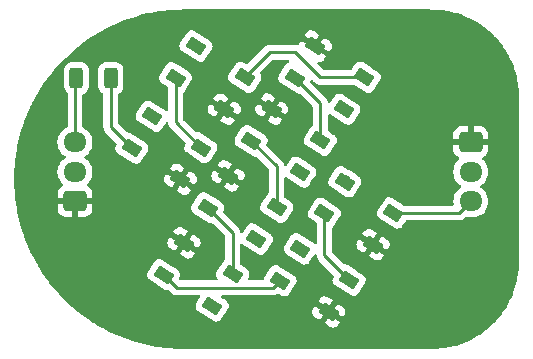
<source format=gtl>
G04 #@! TF.GenerationSoftware,KiCad,Pcbnew,7.0.2-0*
G04 #@! TF.CreationDate,2023-12-21T10:07:39-08:00*
G04 #@! TF.ProjectId,MM Skirt,4d4d2053-6b69-4727-942e-6b696361645f,rev?*
G04 #@! TF.SameCoordinates,Original*
G04 #@! TF.FileFunction,Copper,L1,Top*
G04 #@! TF.FilePolarity,Positive*
%FSLAX46Y46*%
G04 Gerber Fmt 4.6, Leading zero omitted, Abs format (unit mm)*
G04 Created by KiCad (PCBNEW 7.0.2-0) date 2023-12-21 10:07:39*
%MOMM*%
%LPD*%
G01*
G04 APERTURE LIST*
G04 Aperture macros list*
%AMRoundRect*
0 Rectangle with rounded corners*
0 $1 Rounding radius*
0 $2 $3 $4 $5 $6 $7 $8 $9 X,Y pos of 4 corners*
0 Add a 4 corners polygon primitive as box body*
4,1,4,$2,$3,$4,$5,$6,$7,$8,$9,$2,$3,0*
0 Add four circle primitives for the rounded corners*
1,1,$1+$1,$2,$3*
1,1,$1+$1,$4,$5*
1,1,$1+$1,$6,$7*
1,1,$1+$1,$8,$9*
0 Add four rect primitives between the rounded corners*
20,1,$1+$1,$2,$3,$4,$5,0*
20,1,$1+$1,$4,$5,$6,$7,0*
20,1,$1+$1,$6,$7,$8,$9,0*
20,1,$1+$1,$8,$9,$2,$3,0*%
%AMRotRect*
0 Rectangle, with rotation*
0 The origin of the aperture is its center*
0 $1 length*
0 $2 width*
0 $3 Rotation angle, in degrees counterclockwise*
0 Add horizontal line*
21,1,$1,$2,0,0,$3*%
G04 Aperture macros list end*
G04 #@! TA.AperFunction,SMDPad,CuDef*
%ADD10RotRect,1.500000X1.000000X147.300000*%
G04 #@! TD*
G04 #@! TA.AperFunction,SMDPad,CuDef*
%ADD11RotRect,1.500000X1.000000X327.300000*%
G04 #@! TD*
G04 #@! TA.AperFunction,SMDPad,CuDef*
%ADD12RoundRect,0.250000X-0.312500X-0.625000X0.312500X-0.625000X0.312500X0.625000X-0.312500X0.625000X0*%
G04 #@! TD*
G04 #@! TA.AperFunction,ComponentPad*
%ADD13RoundRect,0.250000X-0.725000X0.600000X-0.725000X-0.600000X0.725000X-0.600000X0.725000X0.600000X0*%
G04 #@! TD*
G04 #@! TA.AperFunction,ComponentPad*
%ADD14O,1.950000X1.700000*%
G04 #@! TD*
G04 #@! TA.AperFunction,ComponentPad*
%ADD15RoundRect,0.250000X0.725000X-0.600000X0.725000X0.600000X-0.725000X0.600000X-0.725000X-0.600000X0*%
G04 #@! TD*
G04 #@! TA.AperFunction,ViaPad*
%ADD16C,0.800000*%
G04 #@! TD*
G04 #@! TA.AperFunction,Conductor*
%ADD17C,0.250000*%
G04 #@! TD*
G04 APERTURE END LIST*
D10*
X119320117Y-87658406D03*
X121048886Y-84965572D03*
X116925483Y-82318394D03*
X115196714Y-85011228D03*
D11*
X127034683Y-82318394D03*
X125305914Y-85011228D03*
X129429317Y-87658406D03*
X131158086Y-84965572D03*
X115909483Y-98980794D03*
X114180714Y-101673628D03*
X118304117Y-104320806D03*
X120032886Y-101627972D03*
D10*
X128159317Y-104828806D03*
X129888086Y-102135972D03*
X125764683Y-99488794D03*
X124035914Y-102181628D03*
X131918517Y-99139206D03*
X133647286Y-96446372D03*
X129523883Y-93799194D03*
X127795114Y-96492028D03*
D11*
X119639766Y-93313588D03*
X117910997Y-96006422D03*
X122034400Y-98653600D03*
X123763169Y-95960766D03*
D12*
X106792300Y-85039200D03*
X109717300Y-85039200D03*
D11*
X123326283Y-87652394D03*
X121597514Y-90345228D03*
X125720917Y-92992406D03*
X127449686Y-90299572D03*
D10*
X115611717Y-93602006D03*
X117340486Y-90909172D03*
X113217083Y-88261994D03*
X111488314Y-90954828D03*
D13*
X140191000Y-90464000D03*
D14*
X140191000Y-92964000D03*
X140191000Y-95464000D03*
D15*
X106680000Y-95464000D03*
D14*
X106680000Y-92964000D03*
X106680000Y-90464000D03*
D16*
X129590800Y-93675200D03*
X118262400Y-104343200D03*
X121970800Y-98704400D03*
X125679200Y-93014800D03*
X129336800Y-87680800D03*
X113233200Y-88290400D03*
X125679200Y-99364800D03*
X116890800Y-82346800D03*
D17*
X115196714Y-88765400D02*
X115196714Y-85011228D01*
X117340486Y-90909172D02*
X115196714Y-88765400D01*
X127434372Y-84965572D02*
X131158086Y-84965572D01*
X123159658Y-82854800D02*
X125323600Y-82854800D01*
X125323600Y-82854800D02*
X127434372Y-84965572D01*
X121048886Y-84965572D02*
X123159658Y-82854800D01*
X125305914Y-85011228D02*
X127449686Y-87155000D01*
X127449686Y-87155000D02*
X127449686Y-90299572D01*
X121597514Y-90345228D02*
X123763169Y-92510883D01*
X123763169Y-92510883D02*
X123763169Y-95960766D01*
X120032886Y-98128311D02*
X120032886Y-101627972D01*
X117910997Y-96006422D02*
X120032886Y-98128311D01*
X114180714Y-101673628D02*
X115285994Y-102778908D01*
X115285994Y-102778908D02*
X123438634Y-102778908D01*
X123438634Y-102778908D02*
X124035914Y-102181628D01*
X127795114Y-100043000D02*
X127795114Y-96492028D01*
X129888086Y-102135972D02*
X127795114Y-100043000D01*
X133647286Y-96446372D02*
X139208628Y-96446372D01*
X139208628Y-96446372D02*
X140191000Y-95464000D01*
X109717300Y-89183814D02*
X111488314Y-90954828D01*
X109717300Y-85039200D02*
X109717300Y-89183814D01*
X106680000Y-85151500D02*
X106792300Y-85039200D01*
X106680000Y-90464000D02*
X106680000Y-85151500D01*
G04 #@! TA.AperFunction,Conductor*
G36*
X131490829Y-79221103D02*
G01*
X131515492Y-79221103D01*
X132081625Y-79221103D01*
X132081629Y-79221104D01*
X132106292Y-79221104D01*
X132667787Y-79221104D01*
X132667791Y-79221106D01*
X132717115Y-79221106D01*
X133248890Y-79221107D01*
X133248894Y-79221109D01*
X133322884Y-79221109D01*
X133824517Y-79221111D01*
X133824521Y-79221113D01*
X133923175Y-79221113D01*
X134394248Y-79221116D01*
X134394252Y-79221118D01*
X134542233Y-79221119D01*
X134957662Y-79221123D01*
X134957664Y-79221124D01*
X134957665Y-79221124D01*
X135056207Y-79221128D01*
X135345918Y-79221143D01*
X135346375Y-79221144D01*
X135346376Y-79221145D01*
X135672171Y-79221263D01*
X135723395Y-79221318D01*
X135966657Y-79221578D01*
X135967255Y-79221579D01*
X135967256Y-79221580D01*
X136228874Y-79222187D01*
X136229359Y-79222189D01*
X136229360Y-79222190D01*
X136462802Y-79223191D01*
X136670178Y-79224685D01*
X136937980Y-79228058D01*
X137162030Y-79233087D01*
X137406216Y-79242872D01*
X137409702Y-79243063D01*
X137610391Y-79256944D01*
X137615188Y-79257369D01*
X137841799Y-79281927D01*
X137844693Y-79282275D01*
X137888032Y-79288012D01*
X137890502Y-79288365D01*
X138148452Y-79327944D01*
X138152819Y-79328614D01*
X138156767Y-79329285D01*
X138368917Y-79368892D01*
X138372566Y-79369631D01*
X138597925Y-79418896D01*
X138601821Y-79419814D01*
X138839129Y-79479950D01*
X138843245Y-79481071D01*
X139091381Y-79553313D01*
X139095761Y-79554677D01*
X139353687Y-79640278D01*
X139358215Y-79641879D01*
X139625437Y-79742291D01*
X139629246Y-79743797D01*
X139811110Y-79819225D01*
X139814238Y-79820574D01*
X139999680Y-79903619D01*
X140002890Y-79905112D01*
X140191034Y-79995901D01*
X140194216Y-79997493D01*
X140385067Y-80096551D01*
X140388238Y-80098258D01*
X140581375Y-80205913D01*
X140584390Y-80207649D01*
X140754785Y-80308997D01*
X140757709Y-80310792D01*
X140938321Y-80425096D01*
X140941453Y-80427145D01*
X141127083Y-80552628D01*
X141130699Y-80555072D01*
X141134000Y-80557382D01*
X141330427Y-80699676D01*
X141333864Y-80702258D01*
X141535863Y-80859547D01*
X141535983Y-80859640D01*
X141539523Y-80862502D01*
X141745909Y-81035741D01*
X141749516Y-81038890D01*
X141958684Y-81228702D01*
X141962327Y-81232145D01*
X142173162Y-81439612D01*
X142176172Y-81442677D01*
X142281242Y-81553537D01*
X142316256Y-81590480D01*
X142318671Y-81593103D01*
X142458578Y-81749490D01*
X142460968Y-81752242D01*
X142464016Y-81755857D01*
X142590685Y-81906109D01*
X142599966Y-81917117D01*
X142602312Y-81919986D01*
X142629392Y-81954136D01*
X142739898Y-82093489D01*
X142742273Y-82096583D01*
X142894673Y-82301740D01*
X142896929Y-82304878D01*
X142942774Y-82370798D01*
X143018202Y-82479255D01*
X143020307Y-82482382D01*
X143145783Y-82675044D01*
X143147970Y-82678526D01*
X143275588Y-82889452D01*
X143277810Y-82893277D01*
X143405634Y-83122635D01*
X143407848Y-83126791D01*
X143533933Y-83374725D01*
X143536099Y-83379205D01*
X143658693Y-83646283D01*
X143660426Y-83650238D01*
X143738893Y-83838182D01*
X143740225Y-83841509D01*
X143815744Y-84038194D01*
X143817010Y-84041643D01*
X143888926Y-84246950D01*
X143890108Y-84250494D01*
X143957797Y-84464343D01*
X143958901Y-84468028D01*
X143999724Y-84612426D01*
X144021898Y-84690856D01*
X144022706Y-84693859D01*
X144071632Y-84885114D01*
X144072461Y-84888557D01*
X144124694Y-85120115D01*
X144133185Y-85157754D01*
X144134228Y-85162881D01*
X144180956Y-85420159D01*
X144181850Y-85425824D01*
X144216600Y-85684746D01*
X144217205Y-85690148D01*
X144241837Y-85964414D01*
X144242120Y-85968230D01*
X144253769Y-86166427D01*
X144262190Y-86382282D01*
X144267792Y-86617481D01*
X144271101Y-86875902D01*
X144272636Y-87161025D01*
X144272922Y-87477442D01*
X144272480Y-87827368D01*
X144272480Y-87827369D01*
X144271832Y-88215733D01*
X144271832Y-88215734D01*
X144271593Y-88425358D01*
X144271593Y-88425359D01*
X144271500Y-88645900D01*
X144271500Y-88645901D01*
X144271499Y-88989208D01*
X144271499Y-90757104D01*
X144271500Y-90757114D01*
X144271500Y-93160263D01*
X144271501Y-93160273D01*
X144271501Y-93452218D01*
X144271501Y-93795526D01*
X144271501Y-93795527D01*
X144271501Y-94138835D01*
X144271500Y-94482143D01*
X144271500Y-94482144D01*
X144271500Y-94825452D01*
X144271500Y-95168760D01*
X144271499Y-95512068D01*
X144271499Y-95512069D01*
X144271499Y-95855377D01*
X144271498Y-96198685D01*
X144271498Y-96198686D01*
X144271498Y-96541994D01*
X144271497Y-96885302D01*
X144271497Y-96885303D01*
X144271496Y-97228610D01*
X144271496Y-97228611D01*
X144271494Y-97571919D01*
X144271494Y-97571920D01*
X144271493Y-97915227D01*
X144271493Y-97915228D01*
X144271492Y-98258536D01*
X144271492Y-98258537D01*
X144271490Y-98601844D01*
X144271490Y-98601845D01*
X144271488Y-98945153D01*
X144271488Y-98945154D01*
X144271486Y-99288461D01*
X144271486Y-99288462D01*
X144271484Y-99631770D01*
X144271484Y-99631771D01*
X144271457Y-99904787D01*
X144271457Y-99904788D01*
X144271281Y-100140233D01*
X144271281Y-100140234D01*
X144270805Y-100342604D01*
X144269447Y-100568129D01*
X144266087Y-100793375D01*
X144261665Y-100921611D01*
X144258773Y-101005453D01*
X144258559Y-101009607D01*
X144244030Y-101222517D01*
X144243831Y-101225051D01*
X144241198Y-101254679D01*
X144213598Y-101510008D01*
X144213120Y-101513857D01*
X144183964Y-101722197D01*
X144183394Y-101725867D01*
X144145264Y-101949336D01*
X144144525Y-101953281D01*
X144096117Y-102190420D01*
X144095186Y-102194612D01*
X144035131Y-102444338D01*
X144033984Y-102448749D01*
X143960950Y-102709836D01*
X143959565Y-102714441D01*
X143872057Y-102986182D01*
X143870711Y-102990133D01*
X143803960Y-103175756D01*
X143802742Y-103179000D01*
X143728493Y-103368657D01*
X143727147Y-103371955D01*
X143645118Y-103564962D01*
X143643640Y-103568301D01*
X143553410Y-103764360D01*
X143551798Y-103767729D01*
X143453056Y-103966307D01*
X143451223Y-103969849D01*
X143329708Y-104195699D01*
X143327800Y-104199116D01*
X143221606Y-104382384D01*
X143219683Y-104385589D01*
X143099379Y-104579492D01*
X143097196Y-104582887D01*
X142962063Y-104785647D01*
X142959606Y-104789197D01*
X142808865Y-104999153D01*
X142806122Y-105002828D01*
X142638939Y-105218389D01*
X142635900Y-105222154D01*
X142451165Y-105442061D01*
X142448408Y-105445231D01*
X142315750Y-105592700D01*
X142313381Y-105595261D01*
X142172185Y-105743606D01*
X142169674Y-105746169D01*
X142019965Y-105894612D01*
X142017314Y-105897164D01*
X141858792Y-106045280D01*
X141856004Y-106047807D01*
X141797154Y-106099540D01*
X141688572Y-106194988D01*
X141685599Y-106197520D01*
X141492353Y-106356809D01*
X141489355Y-106359203D01*
X141323774Y-106487297D01*
X141320800Y-106489527D01*
X141136872Y-106623196D01*
X141133558Y-106625523D01*
X140931248Y-106762687D01*
X140927604Y-106765065D01*
X140706898Y-106903653D01*
X140702924Y-106906046D01*
X140463582Y-107044131D01*
X140459280Y-107046501D01*
X140200754Y-107182305D01*
X140196938Y-107184226D01*
X140014801Y-107272033D01*
X140011579Y-107273530D01*
X139820536Y-107358976D01*
X139817173Y-107360421D01*
X139617650Y-107442682D01*
X139614158Y-107444060D01*
X139406124Y-107522548D01*
X139402504Y-107523850D01*
X139185533Y-107598107D01*
X139182533Y-107599092D01*
X138944315Y-107673902D01*
X138941342Y-107674795D01*
X138719110Y-107738518D01*
X138715223Y-107739564D01*
X138503116Y-107792999D01*
X138498506Y-107794067D01*
X138289990Y-107838211D01*
X138285008Y-107839160D01*
X138073391Y-107874990D01*
X138068480Y-107875721D01*
X137847096Y-107904141D01*
X137842656Y-107904630D01*
X137604871Y-107926485D01*
X137601158Y-107926770D01*
X137340563Y-107942849D01*
X137337671Y-107942993D01*
X137046994Y-107954122D01*
X136720265Y-107961060D01*
X136352687Y-107964601D01*
X136151799Y-107965362D01*
X135938120Y-107965593D01*
X135711313Y-107965400D01*
X135711312Y-107965400D01*
X135470273Y-107964888D01*
X135470272Y-107964888D01*
X135214332Y-107964164D01*
X135214331Y-107964164D01*
X134942707Y-107963333D01*
X134942706Y-107963333D01*
X134654616Y-107962503D01*
X134654615Y-107962503D01*
X134349274Y-107961779D01*
X134349273Y-107961779D01*
X134025899Y-107961268D01*
X133683710Y-107961076D01*
X133683513Y-107961076D01*
X133683512Y-107961076D01*
X133683511Y-107961076D01*
X133384348Y-107961077D01*
X133384347Y-107961077D01*
X133096266Y-107961079D01*
X133096265Y-107961079D01*
X132817993Y-107961081D01*
X132817992Y-107961081D01*
X132548257Y-107961083D01*
X132548256Y-107961083D01*
X132285786Y-107961085D01*
X132285785Y-107961085D01*
X132029306Y-107961087D01*
X132029305Y-107961087D01*
X131777545Y-107961089D01*
X131777544Y-107961089D01*
X131529230Y-107961091D01*
X131529229Y-107961091D01*
X131283090Y-107961094D01*
X131283089Y-107961094D01*
X131037851Y-107961096D01*
X131037850Y-107961096D01*
X130792241Y-107961098D01*
X130792240Y-107961098D01*
X130544987Y-107961101D01*
X130544986Y-107961101D01*
X130294816Y-107961104D01*
X130294815Y-107961104D01*
X130040457Y-107961106D01*
X130040456Y-107961106D01*
X129780637Y-107961109D01*
X129780636Y-107961109D01*
X129514083Y-107961113D01*
X129514082Y-107961113D01*
X129243784Y-107961116D01*
X129243783Y-107961116D01*
X128970478Y-107961119D01*
X128970477Y-107961119D01*
X128694473Y-107961123D01*
X128694472Y-107961123D01*
X128416077Y-107961126D01*
X128416076Y-107961126D01*
X128416072Y-107961126D01*
X128135599Y-107961129D01*
X128135598Y-107961130D01*
X128135597Y-107961130D01*
X128135591Y-107961130D01*
X127853346Y-107961133D01*
X127853345Y-107961134D01*
X127853344Y-107961134D01*
X127853338Y-107961134D01*
X127569626Y-107961137D01*
X127569625Y-107961138D01*
X127569624Y-107961138D01*
X127569617Y-107961138D01*
X127284748Y-107961141D01*
X127284747Y-107961142D01*
X127284746Y-107961142D01*
X127284740Y-107961142D01*
X126999020Y-107961145D01*
X126999019Y-107961146D01*
X126999018Y-107961146D01*
X126999011Y-107961146D01*
X126712750Y-107961149D01*
X126712749Y-107961150D01*
X126712748Y-107961150D01*
X126712739Y-107961150D01*
X126426247Y-107961154D01*
X126426246Y-107961155D01*
X126426245Y-107961155D01*
X126426239Y-107961155D01*
X126139818Y-107961158D01*
X126139817Y-107961159D01*
X126139816Y-107961159D01*
X126139807Y-107961159D01*
X125853772Y-107961163D01*
X125853771Y-107961164D01*
X125853770Y-107961164D01*
X125853764Y-107961164D01*
X125568418Y-107961167D01*
X125568417Y-107961168D01*
X125568416Y-107961168D01*
X125568408Y-107961168D01*
X125284062Y-107961172D01*
X125284061Y-107961173D01*
X125284060Y-107961173D01*
X125284054Y-107961173D01*
X125001014Y-107961176D01*
X125001013Y-107961177D01*
X125001012Y-107961177D01*
X125001004Y-107961177D01*
X124719582Y-107961181D01*
X124719581Y-107961182D01*
X124719580Y-107961182D01*
X124719573Y-107961182D01*
X124440074Y-107961185D01*
X124440073Y-107961186D01*
X124440072Y-107961186D01*
X124440064Y-107961186D01*
X124162798Y-107961190D01*
X124162797Y-107961191D01*
X124162796Y-107961191D01*
X124162788Y-107961191D01*
X123888063Y-107961195D01*
X123888062Y-107961196D01*
X123888061Y-107961196D01*
X123888055Y-107961196D01*
X123616176Y-107961199D01*
X123616175Y-107961200D01*
X123616174Y-107961200D01*
X123616165Y-107961200D01*
X123347445Y-107961204D01*
X123347444Y-107961205D01*
X123347443Y-107961205D01*
X123347436Y-107961205D01*
X123082180Y-107961208D01*
X123082179Y-107961209D01*
X123082178Y-107961209D01*
X123082169Y-107961209D01*
X122820688Y-107961213D01*
X122820687Y-107961214D01*
X122820686Y-107961214D01*
X122820679Y-107961214D01*
X122563278Y-107961217D01*
X122563277Y-107961218D01*
X122563276Y-107961218D01*
X122563267Y-107961218D01*
X122310257Y-107961222D01*
X122310256Y-107961223D01*
X122310255Y-107961223D01*
X122310248Y-107961223D01*
X122061935Y-107961226D01*
X122061933Y-107961227D01*
X122061932Y-107961227D01*
X122061920Y-107961227D01*
X121818617Y-107961231D01*
X121818616Y-107961232D01*
X121818615Y-107961232D01*
X121818608Y-107961232D01*
X121580615Y-107961235D01*
X121580614Y-107961236D01*
X121580613Y-107961236D01*
X121580606Y-107961236D01*
X121348235Y-107961239D01*
X121348234Y-107961240D01*
X121348233Y-107961240D01*
X121348226Y-107961240D01*
X121121787Y-107961243D01*
X121121785Y-107961244D01*
X121121784Y-107961244D01*
X121121772Y-107961244D01*
X120901576Y-107961248D01*
X120901575Y-107961249D01*
X120901574Y-107961249D01*
X120437729Y-107961257D01*
X120437728Y-107961257D01*
X120001277Y-107961260D01*
X119591210Y-107961257D01*
X119206541Y-107961241D01*
X118846466Y-107961210D01*
X118510088Y-107961160D01*
X118196508Y-107961087D01*
X117904826Y-107960987D01*
X117634145Y-107960858D01*
X117383566Y-107960693D01*
X117152191Y-107960491D01*
X116939121Y-107960248D01*
X116564298Y-107959621D01*
X116251914Y-107958782D01*
X116251913Y-107958782D01*
X115994701Y-107957702D01*
X115785534Y-107956350D01*
X115672627Y-107955122D01*
X115546389Y-107953749D01*
X115540507Y-107953622D01*
X115329816Y-107949077D01*
X115327175Y-107948992D01*
X115139135Y-107940919D01*
X115136470Y-107940776D01*
X114828916Y-107920932D01*
X114826227Y-107920729D01*
X114514067Y-107893761D01*
X114511348Y-107893496D01*
X114194993Y-107859128D01*
X114192238Y-107858797D01*
X113871932Y-107816730D01*
X113869145Y-107816332D01*
X113545169Y-107766275D01*
X113542348Y-107765806D01*
X113214884Y-107707450D01*
X113212032Y-107706907D01*
X112881551Y-107639994D01*
X112878667Y-107639374D01*
X112545308Y-107563583D01*
X112542396Y-107562884D01*
X112206534Y-107477943D01*
X112203596Y-107477162D01*
X111865422Y-107382758D01*
X111862460Y-107381891D01*
X111522329Y-107277749D01*
X111519347Y-107276795D01*
X111177412Y-107162583D01*
X111174463Y-107161555D01*
X110831182Y-107037039D01*
X110828225Y-107035923D01*
X110483774Y-106900774D01*
X110480757Y-106899544D01*
X110161938Y-106764684D01*
X110135459Y-106753483D01*
X110132450Y-106752163D01*
X109851465Y-106624401D01*
X109786443Y-106594835D01*
X109783744Y-106593569D01*
X109568115Y-106489186D01*
X109507756Y-106459967D01*
X109505370Y-106458780D01*
X109309868Y-106358872D01*
X109227574Y-106316816D01*
X109225229Y-106315586D01*
X109039453Y-106215454D01*
X108946159Y-106165169D01*
X108943745Y-106163833D01*
X108663700Y-106004747D01*
X108661277Y-106003334D01*
X108479585Y-105894612D01*
X108380822Y-105835514D01*
X108378406Y-105834030D01*
X108332927Y-105805377D01*
X127829454Y-105805377D01*
X128287660Y-106099540D01*
X128293434Y-106102824D01*
X128344024Y-106128118D01*
X128484532Y-106158613D01*
X128627942Y-106148287D01*
X128762629Y-106097979D01*
X128877688Y-106011761D01*
X128913164Y-105967696D01*
X128917039Y-105962317D01*
X129076144Y-105714483D01*
X128234634Y-105174244D01*
X128234633Y-105174244D01*
X127829454Y-105805376D01*
X127829454Y-105805377D01*
X108332927Y-105805377D01*
X108238169Y-105745676D01*
X108097792Y-105657234D01*
X108095360Y-105655662D01*
X107814991Y-105469736D01*
X107812558Y-105468080D01*
X107532805Y-105272848D01*
X107530374Y-105271108D01*
X107251607Y-105066395D01*
X107249221Y-105064598D01*
X106971836Y-104850246D01*
X106969439Y-104848345D01*
X106693809Y-104624182D01*
X106691405Y-104622176D01*
X106417913Y-104388035D01*
X106415526Y-104385938D01*
X106144555Y-104141653D01*
X106142192Y-104139466D01*
X105961746Y-103968090D01*
X105874085Y-103884835D01*
X105871758Y-103882566D01*
X105841458Y-103852234D01*
X105679309Y-103689911D01*
X105606974Y-103617498D01*
X105604671Y-103615131D01*
X105343364Y-103339226D01*
X105341292Y-103336983D01*
X105128096Y-103100474D01*
X105126249Y-103098378D01*
X104915982Y-102854277D01*
X104914169Y-102852124D01*
X104707188Y-102600509D01*
X104705411Y-102598297D01*
X104502093Y-102339274D01*
X104500351Y-102337002D01*
X104300998Y-102070588D01*
X104299293Y-102068253D01*
X104170970Y-101888158D01*
X104104188Y-101794432D01*
X104102574Y-101792108D01*
X104008565Y-101653371D01*
X112775085Y-101653371D01*
X112785421Y-101796921D01*
X112833040Y-101924409D01*
X112835781Y-101931747D01*
X112922085Y-102046920D01*
X112964317Y-102080919D01*
X112968785Y-102084516D01*
X114311622Y-102946601D01*
X114365247Y-102973413D01*
X114505895Y-103003940D01*
X114561819Y-102999912D01*
X114630098Y-103014731D01*
X114658406Y-103035911D01*
X114785190Y-103162695D01*
X114798090Y-103178796D01*
X114849217Y-103226808D01*
X114852014Y-103229519D01*
X114871523Y-103249028D01*
X114874703Y-103251495D01*
X114883565Y-103259063D01*
X114915412Y-103288970D01*
X114932358Y-103298286D01*
X114932966Y-103298620D01*
X114949230Y-103309304D01*
X114957142Y-103315441D01*
X114965058Y-103321581D01*
X114989903Y-103332332D01*
X115005146Y-103338929D01*
X115015625Y-103344062D01*
X115053902Y-103365105D01*
X115073300Y-103370085D01*
X115091702Y-103376385D01*
X115110098Y-103384346D01*
X115153255Y-103391181D01*
X115164658Y-103393542D01*
X115206975Y-103404408D01*
X115227010Y-103404408D01*
X115246407Y-103405934D01*
X115266190Y-103409068D01*
X115309668Y-103404958D01*
X115321338Y-103404408D01*
X117179456Y-103404408D01*
X117246495Y-103424093D01*
X117292250Y-103476897D01*
X117302194Y-103546055D01*
X117283803Y-103595398D01*
X117044296Y-103968470D01*
X116955826Y-104106276D01*
X116954344Y-104109239D01*
X116954336Y-104109254D01*
X116929014Y-104159899D01*
X116920503Y-104199116D01*
X116898488Y-104300549D01*
X116908824Y-104444099D01*
X116956199Y-104570933D01*
X116959184Y-104578925D01*
X117045488Y-104694098D01*
X117089589Y-104729602D01*
X117092188Y-104731694D01*
X118435025Y-105593779D01*
X118488650Y-105620591D01*
X118629298Y-105651118D01*
X118772848Y-105640781D01*
X118907672Y-105590422D01*
X119022846Y-105504118D01*
X119060443Y-105457418D01*
X119476986Y-104808584D01*
X126754191Y-104808584D01*
X126764517Y-104951993D01*
X126814824Y-105086678D01*
X126901044Y-105201740D01*
X126945114Y-105237219D01*
X126950488Y-105241090D01*
X127408697Y-105535255D01*
X127408698Y-105535255D01*
X127813877Y-104904123D01*
X127813877Y-104904122D01*
X127579240Y-104753488D01*
X128504755Y-104753488D01*
X129346264Y-105293727D01*
X129346265Y-105293727D01*
X129505369Y-105045898D01*
X129508649Y-105040131D01*
X129533946Y-104989535D01*
X129564442Y-104849027D01*
X129554116Y-104705618D01*
X129503809Y-104570933D01*
X129417589Y-104455871D01*
X129373519Y-104420392D01*
X129368145Y-104416521D01*
X128909935Y-104122355D01*
X128909934Y-104122355D01*
X128504755Y-104753487D01*
X128504755Y-104753488D01*
X127579240Y-104753488D01*
X126972368Y-104363883D01*
X126972367Y-104363883D01*
X126813264Y-104611713D01*
X126809983Y-104617482D01*
X126784687Y-104668076D01*
X126754191Y-104808584D01*
X119476986Y-104808584D01*
X119652408Y-104535336D01*
X119679220Y-104481711D01*
X119709746Y-104341063D01*
X119699410Y-104197513D01*
X119649051Y-104062689D01*
X119578579Y-103968644D01*
X119562745Y-103947513D01*
X119557297Y-103943127D01*
X127242488Y-103943127D01*
X128083998Y-104483366D01*
X128083999Y-104483366D01*
X128489178Y-103852234D01*
X128489178Y-103852233D01*
X128030973Y-103558071D01*
X128025199Y-103554787D01*
X127974609Y-103529493D01*
X127834101Y-103498998D01*
X127690691Y-103509324D01*
X127556004Y-103559632D01*
X127440945Y-103645850D01*
X127405472Y-103689911D01*
X127401590Y-103695300D01*
X127242488Y-103943126D01*
X127242488Y-103943127D01*
X119557297Y-103943127D01*
X119518644Y-103912009D01*
X119518637Y-103912004D01*
X119516046Y-103909918D01*
X119294564Y-103767729D01*
X119084320Y-103632755D01*
X119038540Y-103579973D01*
X119028564Y-103510819D01*
X119057558Y-103447250D01*
X119116319Y-103409448D01*
X119151310Y-103404408D01*
X123355890Y-103404408D01*
X123376396Y-103406672D01*
X123379299Y-103406580D01*
X123379301Y-103406581D01*
X123446506Y-103404469D01*
X123450402Y-103404408D01*
X123474082Y-103404408D01*
X123477984Y-103404408D01*
X123481947Y-103403907D01*
X123493596Y-103402988D01*
X123537261Y-103401617D01*
X123556493Y-103396028D01*
X123575552Y-103392082D01*
X123582725Y-103391176D01*
X123595426Y-103389572D01*
X123636041Y-103373490D01*
X123647078Y-103369711D01*
X123689024Y-103357526D01*
X123706263Y-103347330D01*
X123723736Y-103338770D01*
X123725355Y-103338129D01*
X123742366Y-103331394D01*
X123777698Y-103305722D01*
X123787458Y-103299311D01*
X123793228Y-103295898D01*
X123860952Y-103278719D01*
X123923336Y-103298286D01*
X123986571Y-103338882D01*
X124166822Y-103454601D01*
X124220447Y-103481413D01*
X124361095Y-103511940D01*
X124504645Y-103501603D01*
X124639469Y-103451244D01*
X124754643Y-103364940D01*
X124792240Y-103318240D01*
X125384205Y-102396158D01*
X125411017Y-102342533D01*
X125441543Y-102201885D01*
X125431207Y-102058335D01*
X125380848Y-101923511D01*
X125377200Y-101918643D01*
X125294542Y-101808335D01*
X125250441Y-101772831D01*
X125250434Y-101772826D01*
X125247843Y-101770740D01*
X125217504Y-101751263D01*
X124694512Y-101415508D01*
X123905006Y-100908655D01*
X123902034Y-100907169D01*
X123902027Y-100907165D01*
X123851382Y-100881843D01*
X123758359Y-100861653D01*
X123710733Y-100851316D01*
X123710732Y-100851316D01*
X123567180Y-100861653D01*
X123432359Y-100912011D01*
X123317186Y-100998315D01*
X123317185Y-100998316D01*
X123279588Y-101045016D01*
X123277797Y-101047804D01*
X123277791Y-101047814D01*
X122689422Y-101964295D01*
X122687623Y-101967098D01*
X122686141Y-101970061D01*
X122686133Y-101970076D01*
X122660811Y-102020721D01*
X122660811Y-102020723D01*
X122655126Y-102046919D01*
X122653218Y-102055709D01*
X122619762Y-102117048D01*
X122558454Y-102150562D01*
X122532039Y-102153408D01*
X121408539Y-102153408D01*
X121341500Y-102133723D01*
X121295745Y-102080919D01*
X121285801Y-102011761D01*
X121304192Y-101962418D01*
X121308404Y-101955857D01*
X121381177Y-101842502D01*
X121407989Y-101788877D01*
X121438515Y-101648229D01*
X121428179Y-101504679D01*
X121377820Y-101369855D01*
X121297554Y-101262740D01*
X121291514Y-101254679D01*
X121247413Y-101219175D01*
X121247406Y-101219170D01*
X121244815Y-101217084D01*
X121242016Y-101215287D01*
X120715396Y-100877202D01*
X120669616Y-100824420D01*
X120658386Y-100772855D01*
X120658386Y-99186107D01*
X120678071Y-99119068D01*
X120730875Y-99073313D01*
X120800033Y-99063369D01*
X120849373Y-99081759D01*
X122165308Y-99926573D01*
X122218933Y-99953385D01*
X122359581Y-99983912D01*
X122503131Y-99973575D01*
X122637955Y-99923216D01*
X122753129Y-99836912D01*
X122790726Y-99790212D01*
X122997237Y-99468537D01*
X124359054Y-99468537D01*
X124369390Y-99612087D01*
X124419749Y-99746911D01*
X124419750Y-99746913D01*
X124506054Y-99862086D01*
X124550155Y-99897590D01*
X124552754Y-99899682D01*
X125895591Y-100761767D01*
X125949216Y-100788579D01*
X126089864Y-100819106D01*
X126233414Y-100808769D01*
X126368238Y-100758410D01*
X126483412Y-100672106D01*
X126521009Y-100625406D01*
X126940759Y-99971575D01*
X126993539Y-99925798D01*
X127062692Y-99915822D01*
X127126262Y-99944816D01*
X127164064Y-100003576D01*
X127169043Y-100034666D01*
X127169553Y-100050865D01*
X127169614Y-100054767D01*
X127169614Y-100082350D01*
X127170102Y-100086219D01*
X127170103Y-100086225D01*
X127170118Y-100086343D01*
X127171032Y-100097967D01*
X127172404Y-100141626D01*
X127177993Y-100160860D01*
X127181939Y-100179916D01*
X127184449Y-100199792D01*
X127200528Y-100240404D01*
X127204311Y-100251451D01*
X127216496Y-100293391D01*
X127226694Y-100310635D01*
X127235250Y-100328100D01*
X127242628Y-100346732D01*
X127253180Y-100361256D01*
X127268294Y-100382059D01*
X127274707Y-100391822D01*
X127296940Y-100429416D01*
X127296943Y-100429419D01*
X127296944Y-100429420D01*
X127311109Y-100443585D01*
X127323741Y-100458375D01*
X127335520Y-100474587D01*
X127369172Y-100502426D01*
X127377813Y-100510289D01*
X128566592Y-101699068D01*
X128600077Y-101760391D01*
X128595093Y-101830083D01*
X128583259Y-101853737D01*
X128541590Y-101918643D01*
X128541575Y-101918669D01*
X128539795Y-101921442D01*
X128538315Y-101924401D01*
X128538311Y-101924409D01*
X128512983Y-101975065D01*
X128488302Y-102088782D01*
X128482457Y-102115715D01*
X128492793Y-102259265D01*
X128542812Y-102393179D01*
X128543153Y-102394091D01*
X128629457Y-102509264D01*
X128673558Y-102544768D01*
X128676157Y-102546860D01*
X130018994Y-103408945D01*
X130072619Y-103435757D01*
X130213267Y-103466284D01*
X130356817Y-103455947D01*
X130491641Y-103405588D01*
X130606815Y-103319284D01*
X130644412Y-103272584D01*
X131236377Y-102350502D01*
X131263189Y-102296877D01*
X131293715Y-102156229D01*
X131283379Y-102012679D01*
X131233020Y-101877855D01*
X131233018Y-101877852D01*
X131146714Y-101762679D01*
X131102613Y-101727175D01*
X131102606Y-101727170D01*
X131100015Y-101725084D01*
X130765720Y-101510471D01*
X130319098Y-101223745D01*
X129757178Y-100862999D01*
X129754206Y-100861513D01*
X129754199Y-100861509D01*
X129703554Y-100836187D01*
X129668390Y-100828555D01*
X129562905Y-100805660D01*
X129562902Y-100805660D01*
X129506976Y-100809686D01*
X129438696Y-100794866D01*
X129410392Y-100773687D01*
X128752483Y-100115777D01*
X131588654Y-100115777D01*
X132046860Y-100409940D01*
X132052634Y-100413224D01*
X132103224Y-100438518D01*
X132243732Y-100469013D01*
X132387142Y-100458687D01*
X132521829Y-100408379D01*
X132636888Y-100322161D01*
X132672364Y-100278096D01*
X132676239Y-100272717D01*
X132835344Y-100024883D01*
X131993834Y-99484644D01*
X131993833Y-99484644D01*
X131588654Y-100115776D01*
X131588654Y-100115777D01*
X128752483Y-100115777D01*
X128456933Y-99820227D01*
X128423448Y-99758904D01*
X128420614Y-99732546D01*
X128420614Y-99118984D01*
X130513391Y-99118984D01*
X130523717Y-99262393D01*
X130574024Y-99397078D01*
X130660244Y-99512140D01*
X130704314Y-99547619D01*
X130709688Y-99551490D01*
X131167897Y-99845655D01*
X131167898Y-99845655D01*
X131573077Y-99214523D01*
X131573077Y-99214522D01*
X131338440Y-99063888D01*
X132263955Y-99063888D01*
X133105464Y-99604127D01*
X133105465Y-99604127D01*
X133264569Y-99356298D01*
X133267849Y-99350531D01*
X133293146Y-99299935D01*
X133323642Y-99159427D01*
X133313316Y-99016018D01*
X133263009Y-98881333D01*
X133176789Y-98766271D01*
X133132719Y-98730792D01*
X133127345Y-98726921D01*
X132669135Y-98432755D01*
X132669134Y-98432755D01*
X132263955Y-99063887D01*
X132263955Y-99063888D01*
X131338440Y-99063888D01*
X130731568Y-98674283D01*
X130731567Y-98674283D01*
X130572464Y-98922113D01*
X130569183Y-98927882D01*
X130543887Y-98978476D01*
X130513391Y-99118984D01*
X128420614Y-99118984D01*
X128420614Y-98253527D01*
X131001688Y-98253527D01*
X131843198Y-98793766D01*
X131843199Y-98793766D01*
X132248378Y-98162634D01*
X132248378Y-98162633D01*
X131790173Y-97868471D01*
X131784399Y-97865187D01*
X131733809Y-97839893D01*
X131593301Y-97809398D01*
X131449891Y-97819724D01*
X131315204Y-97870032D01*
X131200145Y-97956250D01*
X131164672Y-98000311D01*
X131160790Y-98005700D01*
X131001688Y-98253526D01*
X131001688Y-98253527D01*
X128420614Y-98253527D01*
X128420614Y-97807232D01*
X128440299Y-97740193D01*
X128470256Y-97708000D01*
X128513843Y-97675340D01*
X128551440Y-97628640D01*
X129143405Y-96706558D01*
X129170217Y-96652933D01*
X129200743Y-96512285D01*
X129194539Y-96426115D01*
X132241657Y-96426115D01*
X132251993Y-96569665D01*
X132284359Y-96656316D01*
X132302353Y-96704491D01*
X132388657Y-96819664D01*
X132432758Y-96855168D01*
X132435357Y-96857260D01*
X133778194Y-97719345D01*
X133831819Y-97746157D01*
X133972467Y-97776684D01*
X134116017Y-97766347D01*
X134250841Y-97715988D01*
X134366015Y-97629684D01*
X134403612Y-97582984D01*
X134695139Y-97128881D01*
X134747921Y-97083102D01*
X134799486Y-97071872D01*
X139125884Y-97071872D01*
X139146390Y-97074136D01*
X139149293Y-97074044D01*
X139149295Y-97074045D01*
X139216500Y-97071933D01*
X139220396Y-97071872D01*
X139244076Y-97071872D01*
X139247978Y-97071872D01*
X139251941Y-97071371D01*
X139263590Y-97070452D01*
X139307255Y-97069081D01*
X139326487Y-97063492D01*
X139345546Y-97059546D01*
X139351824Y-97058753D01*
X139365420Y-97057036D01*
X139406035Y-97040954D01*
X139417072Y-97037175D01*
X139459018Y-97024990D01*
X139476257Y-97014794D01*
X139493730Y-97006234D01*
X139512360Y-96998858D01*
X139547692Y-96973186D01*
X139557458Y-96966772D01*
X139595046Y-96944543D01*
X139595045Y-96944543D01*
X139595048Y-96944542D01*
X139609213Y-96930376D01*
X139624001Y-96917745D01*
X139640215Y-96905966D01*
X139668066Y-96872298D01*
X139675907Y-96863681D01*
X139708937Y-96830651D01*
X139770258Y-96797168D01*
X139819764Y-96798346D01*
X139819784Y-96798118D01*
X139823373Y-96798432D01*
X139828708Y-96798559D01*
X139830590Y-96799063D01*
X139869785Y-96802492D01*
X140007034Y-96814500D01*
X140009742Y-96814500D01*
X140372258Y-96814500D01*
X140374966Y-96814500D01*
X140551408Y-96799063D01*
X140779663Y-96737903D01*
X140993829Y-96638035D01*
X141187401Y-96502495D01*
X141354495Y-96335401D01*
X141490035Y-96141830D01*
X141589903Y-95927663D01*
X141651063Y-95699408D01*
X141671659Y-95464000D01*
X141651063Y-95228592D01*
X141589903Y-95000337D01*
X141490035Y-94786171D01*
X141354495Y-94592599D01*
X141187401Y-94425505D01*
X141030401Y-94315573D01*
X140986778Y-94260998D01*
X140979584Y-94191500D01*
X141011107Y-94129145D01*
X141030398Y-94112428D01*
X141187401Y-94002495D01*
X141354495Y-93835401D01*
X141490035Y-93641830D01*
X141589903Y-93427663D01*
X141651063Y-93199408D01*
X141671659Y-92964000D01*
X141665276Y-92891049D01*
X141651063Y-92728592D01*
X141647776Y-92716326D01*
X141589903Y-92500337D01*
X141490035Y-92286171D01*
X141354495Y-92092599D01*
X141206931Y-91945035D01*
X141173446Y-91883712D01*
X141178430Y-91814020D01*
X141220302Y-91758087D01*
X141229516Y-91751815D01*
X141384345Y-91656316D01*
X141508316Y-91532345D01*
X141600357Y-91383122D01*
X141655506Y-91216696D01*
X141665680Y-91117109D01*
X141666000Y-91110831D01*
X141666000Y-90714000D01*
X140594969Y-90714000D01*
X140627519Y-90663351D01*
X140666000Y-90532295D01*
X140666000Y-90395705D01*
X140627519Y-90264649D01*
X140594969Y-90214000D01*
X141665999Y-90214000D01*
X141665999Y-89817170D01*
X141665678Y-89810888D01*
X141655506Y-89711304D01*
X141600357Y-89544877D01*
X141508316Y-89395654D01*
X141384345Y-89271683D01*
X141235122Y-89179642D01*
X141068696Y-89124493D01*
X140969109Y-89114319D01*
X140962832Y-89114000D01*
X140441000Y-89114000D01*
X140441000Y-90055981D01*
X140326199Y-90003554D01*
X140224975Y-89989000D01*
X140157025Y-89989000D01*
X140055801Y-90003554D01*
X139941000Y-90055981D01*
X139941000Y-89114000D01*
X139419171Y-89114000D01*
X139412888Y-89114321D01*
X139313304Y-89124493D01*
X139146877Y-89179642D01*
X138997654Y-89271683D01*
X138873683Y-89395654D01*
X138781642Y-89544877D01*
X138726493Y-89711303D01*
X138716319Y-89810890D01*
X138716000Y-89817168D01*
X138716000Y-90214000D01*
X139787031Y-90214000D01*
X139754481Y-90264649D01*
X139716000Y-90395705D01*
X139716000Y-90532295D01*
X139754481Y-90663351D01*
X139787031Y-90714000D01*
X138716001Y-90714000D01*
X138716001Y-91110829D01*
X138716321Y-91117111D01*
X138726493Y-91216695D01*
X138781642Y-91383122D01*
X138873683Y-91532345D01*
X138997653Y-91656315D01*
X139152484Y-91751815D01*
X139199208Y-91803763D01*
X139210431Y-91872725D01*
X139182587Y-91936808D01*
X139175069Y-91945034D01*
X139027505Y-92092599D01*
X138892687Y-92285140D01*
X138891964Y-92286172D01*
X138792097Y-92500337D01*
X138730936Y-92728592D01*
X138710340Y-92963999D01*
X138730936Y-93199407D01*
X138766949Y-93333809D01*
X138792097Y-93427663D01*
X138891965Y-93641829D01*
X139027505Y-93835401D01*
X139194599Y-94002495D01*
X139269974Y-94055273D01*
X139351596Y-94112425D01*
X139395221Y-94167002D01*
X139402415Y-94236500D01*
X139370892Y-94298855D01*
X139351596Y-94315575D01*
X139194598Y-94425505D01*
X139027508Y-94592595D01*
X139027505Y-94592598D01*
X139027505Y-94592599D01*
X138920939Y-94744792D01*
X138891964Y-94786172D01*
X138792097Y-95000337D01*
X138730936Y-95228592D01*
X138710340Y-95464000D01*
X138729769Y-95686065D01*
X138716002Y-95754565D01*
X138667387Y-95804748D01*
X138606241Y-95820872D01*
X134561299Y-95820872D01*
X134494309Y-95801219D01*
X134484419Y-95794870D01*
X133516378Y-95173399D01*
X133513406Y-95171913D01*
X133513399Y-95171909D01*
X133462754Y-95146587D01*
X133384055Y-95129506D01*
X133322105Y-95116060D01*
X133322104Y-95116060D01*
X133178552Y-95126397D01*
X133043731Y-95176755D01*
X132928558Y-95263059D01*
X132928557Y-95263060D01*
X132890960Y-95309760D01*
X132889169Y-95312548D01*
X132889163Y-95312558D01*
X132307313Y-96218885D01*
X132298995Y-96231842D01*
X132297513Y-96234805D01*
X132297505Y-96234820D01*
X132272183Y-96285465D01*
X132252469Y-96376299D01*
X132241657Y-96426115D01*
X129194539Y-96426115D01*
X129190407Y-96368735D01*
X129140048Y-96233911D01*
X129132430Y-96223745D01*
X129053742Y-96118735D01*
X129009641Y-96083231D01*
X129009634Y-96083226D01*
X129007043Y-96081140D01*
X128937292Y-96036361D01*
X128498350Y-95754565D01*
X127664206Y-95219055D01*
X127661234Y-95217569D01*
X127661227Y-95217565D01*
X127610582Y-95192243D01*
X127517559Y-95172053D01*
X127469933Y-95161716D01*
X127469932Y-95161716D01*
X127326380Y-95172053D01*
X127191559Y-95222411D01*
X127076386Y-95308715D01*
X127047055Y-95345148D01*
X127038788Y-95355416D01*
X127036997Y-95358204D01*
X127036991Y-95358214D01*
X126455141Y-96264541D01*
X126446823Y-96277498D01*
X126445341Y-96280461D01*
X126445333Y-96280476D01*
X126420011Y-96331121D01*
X126408725Y-96383122D01*
X126389485Y-96471771D01*
X126399821Y-96615321D01*
X126449512Y-96748357D01*
X126450181Y-96750147D01*
X126536485Y-96865320D01*
X126580586Y-96900824D01*
X126583185Y-96902916D01*
X127100815Y-97235228D01*
X127112604Y-97242796D01*
X127158384Y-97295578D01*
X127169614Y-97347143D01*
X127169614Y-98975008D01*
X127149929Y-99042047D01*
X127097125Y-99087802D01*
X127027967Y-99097746D01*
X126973438Y-99075747D01*
X126976612Y-99077906D01*
X125633775Y-98215821D01*
X125630803Y-98214335D01*
X125630796Y-98214331D01*
X125580151Y-98189009D01*
X125487128Y-98168819D01*
X125439502Y-98158482D01*
X125439501Y-98158482D01*
X125295949Y-98168819D01*
X125161128Y-98219177D01*
X125045955Y-98305481D01*
X125028333Y-98327370D01*
X125008357Y-98352182D01*
X125006566Y-98354970D01*
X125006560Y-98354980D01*
X124444374Y-99230677D01*
X124416392Y-99274264D01*
X124414910Y-99277227D01*
X124414902Y-99277242D01*
X124389580Y-99327887D01*
X124375431Y-99393078D01*
X124359054Y-99468537D01*
X122997237Y-99468537D01*
X123382691Y-98868130D01*
X123409503Y-98814505D01*
X123440029Y-98673857D01*
X123429693Y-98530307D01*
X123379334Y-98395483D01*
X123373278Y-98387401D01*
X123293028Y-98280307D01*
X123248927Y-98244803D01*
X123248920Y-98244798D01*
X123246329Y-98242712D01*
X123209669Y-98219177D01*
X122392394Y-97694496D01*
X121903492Y-97380627D01*
X121900520Y-97379141D01*
X121900513Y-97379137D01*
X121849868Y-97353815D01*
X121771169Y-97336734D01*
X121709219Y-97323288D01*
X121709218Y-97323288D01*
X121565666Y-97333625D01*
X121430845Y-97383983D01*
X121315672Y-97470287D01*
X121315671Y-97470288D01*
X121278074Y-97516988D01*
X121276283Y-97519776D01*
X121276277Y-97519786D01*
X120885026Y-98129224D01*
X120832244Y-98175004D01*
X120763090Y-98184980D01*
X120699521Y-98155986D01*
X120661719Y-98097226D01*
X120656740Y-98066128D01*
X120655595Y-98029684D01*
X120650006Y-98010451D01*
X120646060Y-97991393D01*
X120643550Y-97971519D01*
X120643549Y-97971519D01*
X120627471Y-97930908D01*
X120623690Y-97919863D01*
X120611505Y-97877924D01*
X120611504Y-97877923D01*
X120611504Y-97877921D01*
X120601303Y-97860672D01*
X120592746Y-97843206D01*
X120585372Y-97824579D01*
X120559699Y-97789243D01*
X120553288Y-97779483D01*
X120551495Y-97776452D01*
X120531056Y-97741890D01*
X120516892Y-97727726D01*
X120504255Y-97712931D01*
X120492481Y-97696725D01*
X120489567Y-97694314D01*
X120458821Y-97668879D01*
X120450191Y-97661025D01*
X119232490Y-96443324D01*
X119199005Y-96382001D01*
X119203989Y-96312309D01*
X119215818Y-96288662D01*
X119259288Y-96220952D01*
X119286100Y-96167327D01*
X119316626Y-96026679D01*
X119306290Y-95883129D01*
X119255931Y-95748305D01*
X119221717Y-95702646D01*
X119169625Y-95633129D01*
X119125524Y-95597625D01*
X119125517Y-95597620D01*
X119122926Y-95595534D01*
X119055066Y-95551969D01*
X118541728Y-95222412D01*
X117780089Y-94733449D01*
X117777117Y-94731963D01*
X117777110Y-94731959D01*
X117726465Y-94706637D01*
X117633442Y-94686447D01*
X117585816Y-94676110D01*
X117585815Y-94676110D01*
X117442263Y-94686447D01*
X117307442Y-94736805D01*
X117192269Y-94823109D01*
X117192268Y-94823110D01*
X117154671Y-94869810D01*
X117152880Y-94872598D01*
X117152874Y-94872608D01*
X116564505Y-95789089D01*
X116562706Y-95791892D01*
X116561224Y-95794855D01*
X116561216Y-95794870D01*
X116535894Y-95845515D01*
X116515277Y-95940509D01*
X116505368Y-95986165D01*
X116515704Y-96129715D01*
X116566063Y-96264539D01*
X116566064Y-96264541D01*
X116652368Y-96379714D01*
X116696469Y-96415218D01*
X116699068Y-96417310D01*
X118041905Y-97279395D01*
X118095530Y-97306207D01*
X118236178Y-97336734D01*
X118292103Y-97332706D01*
X118360383Y-97347525D01*
X118388690Y-97368705D01*
X119371066Y-98351081D01*
X119404551Y-98412404D01*
X119407385Y-98438762D01*
X119407385Y-100312767D01*
X119387700Y-100379806D01*
X119357744Y-100411998D01*
X119314154Y-100444661D01*
X119278651Y-100488761D01*
X119278639Y-100488777D01*
X119276560Y-100491360D01*
X119274769Y-100494148D01*
X119274763Y-100494158D01*
X118712579Y-101369852D01*
X118684595Y-101413442D01*
X118683113Y-101416405D01*
X118683105Y-101416420D01*
X118657783Y-101467065D01*
X118639710Y-101550336D01*
X118627257Y-101607715D01*
X118637593Y-101751265D01*
X118687612Y-101885179D01*
X118687953Y-101886091D01*
X118739627Y-101955050D01*
X118764076Y-102020502D01*
X118749257Y-102088782D01*
X118699875Y-102138212D01*
X118640396Y-102153408D01*
X115596446Y-102153408D01*
X115529407Y-102133723D01*
X115508765Y-102117089D01*
X115502206Y-102110530D01*
X115468721Y-102049207D01*
X115473705Y-101979515D01*
X115485535Y-101955868D01*
X115529005Y-101888158D01*
X115555817Y-101834533D01*
X115586343Y-101693885D01*
X115576007Y-101550335D01*
X115525648Y-101415511D01*
X115439343Y-101300337D01*
X115439342Y-101300335D01*
X115395241Y-101264831D01*
X115395234Y-101264826D01*
X115392643Y-101262740D01*
X115325417Y-101219582D01*
X114846326Y-100912011D01*
X114049806Y-100400655D01*
X114046834Y-100399169D01*
X114046827Y-100399165D01*
X113996182Y-100373843D01*
X113903159Y-100353653D01*
X113855533Y-100343316D01*
X113855532Y-100343316D01*
X113711980Y-100353653D01*
X113577159Y-100404011D01*
X113464060Y-100488761D01*
X113461985Y-100490316D01*
X113424388Y-100537016D01*
X113422597Y-100539804D01*
X113422591Y-100539814D01*
X112834222Y-101456295D01*
X112832423Y-101459098D01*
X112830941Y-101462061D01*
X112830933Y-101462076D01*
X112805611Y-101512721D01*
X112784994Y-101607715D01*
X112775085Y-101653371D01*
X104008565Y-101653371D01*
X103912133Y-101511059D01*
X103910547Y-101508658D01*
X103725001Y-101220279D01*
X103723433Y-101217776D01*
X103618066Y-101045016D01*
X103543238Y-100922327D01*
X103541700Y-100919735D01*
X103517159Y-100877202D01*
X103367021Y-100616997D01*
X103365536Y-100614347D01*
X103340368Y-100568139D01*
X103289414Y-100474587D01*
X103196860Y-100304656D01*
X103195418Y-100301928D01*
X103032908Y-99985032D01*
X103031519Y-99982238D01*
X103019544Y-99957365D01*
X115579620Y-99957365D01*
X116037826Y-100251528D01*
X116043600Y-100254812D01*
X116094190Y-100280106D01*
X116234698Y-100310601D01*
X116378108Y-100300275D01*
X116512795Y-100249967D01*
X116627854Y-100163749D01*
X116663330Y-100119684D01*
X116667205Y-100114305D01*
X116826310Y-99866471D01*
X115984800Y-99326232D01*
X115984799Y-99326232D01*
X115579620Y-99957364D01*
X115579620Y-99957365D01*
X103019544Y-99957365D01*
X102992638Y-99901478D01*
X102875618Y-99658414D01*
X102874289Y-99655561D01*
X102790038Y-99468537D01*
X102725239Y-99324693D01*
X102723975Y-99321787D01*
X102714799Y-99299935D01*
X102582111Y-98983932D01*
X102580910Y-98980963D01*
X102578590Y-98975008D01*
X102572965Y-98960572D01*
X114504357Y-98960572D01*
X114514683Y-99103981D01*
X114564990Y-99238666D01*
X114651210Y-99353728D01*
X114695280Y-99389207D01*
X114700654Y-99393078D01*
X115158863Y-99687243D01*
X115158864Y-99687243D01*
X115564043Y-99056111D01*
X115564043Y-99056110D01*
X115329406Y-98905476D01*
X116254921Y-98905476D01*
X117096430Y-99445715D01*
X117096431Y-99445715D01*
X117255535Y-99197886D01*
X117258815Y-99192119D01*
X117284112Y-99141523D01*
X117314608Y-99001015D01*
X117304282Y-98857606D01*
X117253975Y-98722921D01*
X117167755Y-98607859D01*
X117123685Y-98572380D01*
X117118311Y-98568509D01*
X116660101Y-98274343D01*
X116660100Y-98274343D01*
X116254921Y-98905475D01*
X116254921Y-98905476D01*
X115329406Y-98905476D01*
X114722534Y-98515871D01*
X114722533Y-98515871D01*
X114563430Y-98763701D01*
X114560149Y-98769470D01*
X114534853Y-98820064D01*
X114504357Y-98960572D01*
X102572965Y-98960572D01*
X102446554Y-98636161D01*
X102445503Y-98633362D01*
X102434102Y-98601844D01*
X102396140Y-98496892D01*
X102334821Y-98327370D01*
X102333885Y-98324686D01*
X102256749Y-98095115D01*
X114992654Y-98095115D01*
X115834164Y-98635354D01*
X115834165Y-98635354D01*
X116239344Y-98004222D01*
X116239344Y-98004221D01*
X115781139Y-97710059D01*
X115775365Y-97706775D01*
X115724775Y-97681481D01*
X115584267Y-97650986D01*
X115440857Y-97661312D01*
X115306170Y-97711620D01*
X115191111Y-97797838D01*
X115155638Y-97841899D01*
X115151756Y-97847288D01*
X114992654Y-98095114D01*
X114992654Y-98095115D01*
X102256749Y-98095115D01*
X102229445Y-98013855D01*
X102228565Y-98011135D01*
X102198782Y-97915227D01*
X102130530Y-97695438D01*
X102129718Y-97692707D01*
X102120762Y-97661312D01*
X102038398Y-97372572D01*
X102037637Y-97369780D01*
X102017164Y-97291078D01*
X101953199Y-97045177D01*
X101952497Y-97042341D01*
X101951282Y-97037173D01*
X101875178Y-96713491D01*
X101874559Y-96710709D01*
X101804545Y-96377617D01*
X101803989Y-96374804D01*
X101741522Y-96037716D01*
X101741016Y-96034783D01*
X101686339Y-95693988D01*
X101685897Y-95691002D01*
X101666766Y-95549878D01*
X101639181Y-95346389D01*
X101638825Y-95343491D01*
X101600306Y-94995309D01*
X101600007Y-94992257D01*
X101589523Y-94869810D01*
X101569902Y-94640651D01*
X101569678Y-94637581D01*
X101568185Y-94612900D01*
X101548203Y-94282674D01*
X101548059Y-94279643D01*
X101535429Y-93921577D01*
X101535359Y-93918464D01*
X101531791Y-93557361D01*
X101531799Y-93554308D01*
X101537513Y-93190270D01*
X101537597Y-93187306D01*
X101546672Y-92964000D01*
X105199340Y-92964000D01*
X105219936Y-93199407D01*
X105281097Y-93427663D01*
X105380965Y-93641829D01*
X105516505Y-93835401D01*
X105664068Y-93982964D01*
X105697553Y-94044287D01*
X105692569Y-94113979D01*
X105650697Y-94169912D01*
X105641484Y-94176184D01*
X105486653Y-94271684D01*
X105362683Y-94395654D01*
X105270642Y-94544877D01*
X105215493Y-94711303D01*
X105205319Y-94810890D01*
X105205000Y-94817168D01*
X105205000Y-95214000D01*
X106276031Y-95214000D01*
X106243481Y-95264649D01*
X106205000Y-95395705D01*
X106205000Y-95532295D01*
X106243481Y-95663351D01*
X106276031Y-95714000D01*
X105205001Y-95714000D01*
X105205001Y-96110829D01*
X105205321Y-96117111D01*
X105215493Y-96216695D01*
X105270642Y-96383122D01*
X105362683Y-96532345D01*
X105486654Y-96656316D01*
X105635877Y-96748357D01*
X105802303Y-96803506D01*
X105901890Y-96813680D01*
X105908168Y-96813999D01*
X106429999Y-96813999D01*
X106430000Y-96813998D01*
X106430000Y-95872018D01*
X106544801Y-95924446D01*
X106646025Y-95939000D01*
X106713975Y-95939000D01*
X106815199Y-95924446D01*
X106930000Y-95872018D01*
X106930000Y-96813999D01*
X107451829Y-96813999D01*
X107458111Y-96813678D01*
X107557695Y-96803506D01*
X107724122Y-96748357D01*
X107873345Y-96656316D01*
X107997316Y-96532345D01*
X108089357Y-96383122D01*
X108144506Y-96216696D01*
X108154680Y-96117109D01*
X108155000Y-96110831D01*
X108155000Y-95714000D01*
X107083969Y-95714000D01*
X107116519Y-95663351D01*
X107155000Y-95532295D01*
X107155000Y-95395705D01*
X107116519Y-95264649D01*
X107083969Y-95214000D01*
X108154999Y-95214000D01*
X108154999Y-94817170D01*
X108154678Y-94810888D01*
X108144506Y-94711304D01*
X108100524Y-94578577D01*
X115281854Y-94578577D01*
X115740060Y-94872740D01*
X115745834Y-94876024D01*
X115796424Y-94901318D01*
X115936932Y-94931813D01*
X116080342Y-94921487D01*
X116215029Y-94871179D01*
X116330088Y-94784961D01*
X116365564Y-94740896D01*
X116369439Y-94735517D01*
X116528544Y-94487683D01*
X116220868Y-94290159D01*
X119309903Y-94290159D01*
X119768109Y-94584322D01*
X119773883Y-94587606D01*
X119824473Y-94612900D01*
X119964981Y-94643395D01*
X120108391Y-94633069D01*
X120243078Y-94582761D01*
X120358137Y-94496543D01*
X120393613Y-94452478D01*
X120397488Y-94447099D01*
X120556593Y-94199265D01*
X119715083Y-93659026D01*
X119715082Y-93659026D01*
X119309903Y-94290158D01*
X119309903Y-94290159D01*
X116220868Y-94290159D01*
X115687034Y-93947444D01*
X115687033Y-93947444D01*
X115281854Y-94578576D01*
X115281854Y-94578577D01*
X108100524Y-94578577D01*
X108089357Y-94544877D01*
X107997316Y-94395654D01*
X107873346Y-94271684D01*
X107718515Y-94176184D01*
X107671791Y-94124236D01*
X107660568Y-94055273D01*
X107688412Y-93991191D01*
X107695909Y-93982986D01*
X107843495Y-93835401D01*
X107979035Y-93641830D01*
X108007035Y-93581784D01*
X114206591Y-93581784D01*
X114216917Y-93725193D01*
X114267224Y-93859878D01*
X114353444Y-93974940D01*
X114397514Y-94010419D01*
X114402888Y-94014290D01*
X114861097Y-94308455D01*
X114861098Y-94308455D01*
X115266277Y-93677323D01*
X115266277Y-93677322D01*
X115031640Y-93526688D01*
X115957155Y-93526688D01*
X116798664Y-94066927D01*
X116798665Y-94066927D01*
X116957769Y-93819098D01*
X116961049Y-93813331D01*
X116986346Y-93762735D01*
X117016842Y-93622227D01*
X117006516Y-93478818D01*
X116956209Y-93344133D01*
X116918168Y-93293366D01*
X118234640Y-93293366D01*
X118244966Y-93436775D01*
X118295273Y-93571460D01*
X118381493Y-93686522D01*
X118425563Y-93722001D01*
X118430937Y-93725872D01*
X118889146Y-94020037D01*
X118889147Y-94020037D01*
X119294326Y-93388905D01*
X119294326Y-93388904D01*
X119059689Y-93238270D01*
X119985204Y-93238270D01*
X120826713Y-93778509D01*
X120826714Y-93778509D01*
X120985818Y-93530680D01*
X120989098Y-93524913D01*
X121014395Y-93474317D01*
X121044891Y-93333809D01*
X121034565Y-93190400D01*
X120984258Y-93055715D01*
X120898038Y-92940653D01*
X120853968Y-92905174D01*
X120848594Y-92901303D01*
X120390384Y-92607137D01*
X120390383Y-92607137D01*
X119985204Y-93238269D01*
X119985204Y-93238270D01*
X119059689Y-93238270D01*
X118452817Y-92848665D01*
X118452816Y-92848665D01*
X118293713Y-93096495D01*
X118290432Y-93102264D01*
X118265136Y-93152858D01*
X118234640Y-93293366D01*
X116918168Y-93293366D01*
X116869989Y-93229071D01*
X116825919Y-93193592D01*
X116820545Y-93189721D01*
X116362335Y-92895555D01*
X116362334Y-92895555D01*
X115957155Y-93526687D01*
X115957155Y-93526688D01*
X115031640Y-93526688D01*
X114424768Y-93137083D01*
X114424767Y-93137083D01*
X114265664Y-93384913D01*
X114262383Y-93390682D01*
X114237087Y-93441276D01*
X114206591Y-93581784D01*
X108007035Y-93581784D01*
X108078903Y-93427663D01*
X108140063Y-93199408D01*
X108160659Y-92964000D01*
X108140063Y-92728592D01*
X108136777Y-92716327D01*
X114694888Y-92716327D01*
X115536398Y-93256566D01*
X115536399Y-93256566D01*
X115941578Y-92625434D01*
X115941578Y-92625433D01*
X115633902Y-92427909D01*
X118722937Y-92427909D01*
X119564447Y-92968148D01*
X119564448Y-92968148D01*
X119969627Y-92337016D01*
X119969627Y-92337015D01*
X119511422Y-92042853D01*
X119505648Y-92039569D01*
X119455058Y-92014275D01*
X119314550Y-91983780D01*
X119171140Y-91994106D01*
X119036453Y-92044414D01*
X118921394Y-92130632D01*
X118885921Y-92174693D01*
X118882039Y-92180082D01*
X118722937Y-92427908D01*
X118722937Y-92427909D01*
X115633902Y-92427909D01*
X115483373Y-92331271D01*
X115477599Y-92327987D01*
X115427009Y-92302693D01*
X115286501Y-92272198D01*
X115143091Y-92282524D01*
X115008404Y-92332832D01*
X114893345Y-92419050D01*
X114857872Y-92463111D01*
X114853990Y-92468500D01*
X114694888Y-92716326D01*
X114694888Y-92716327D01*
X108136777Y-92716327D01*
X108078903Y-92500337D01*
X107979035Y-92286171D01*
X107843495Y-92092599D01*
X107676401Y-91925505D01*
X107519401Y-91815573D01*
X107475778Y-91760998D01*
X107468584Y-91691500D01*
X107500107Y-91629145D01*
X107519398Y-91612428D01*
X107676401Y-91502495D01*
X107843495Y-91335401D01*
X107979035Y-91141830D01*
X108078903Y-90927663D01*
X108140063Y-90699408D01*
X108160659Y-90464000D01*
X108140063Y-90228592D01*
X108078903Y-90000337D01*
X107979035Y-89786171D01*
X107843495Y-89592599D01*
X107676401Y-89425505D01*
X107620912Y-89386651D01*
X107482831Y-89289966D01*
X107377094Y-89240659D01*
X107324655Y-89194486D01*
X107305500Y-89128277D01*
X107305500Y-86477866D01*
X107325185Y-86410827D01*
X107377989Y-86365072D01*
X107390489Y-86360162D01*
X107424134Y-86349014D01*
X107573456Y-86256912D01*
X107697512Y-86132856D01*
X107789614Y-85983534D01*
X107844799Y-85816997D01*
X107855300Y-85714209D01*
X107855300Y-85711078D01*
X108654300Y-85711078D01*
X108654301Y-85714208D01*
X108654620Y-85717340D01*
X108654621Y-85717341D01*
X108664800Y-85816996D01*
X108719986Y-85983534D01*
X108812088Y-86132857D01*
X108936142Y-86256911D01*
X108958959Y-86270984D01*
X109032897Y-86316589D01*
X109079621Y-86368535D01*
X109091800Y-86422127D01*
X109091800Y-89101069D01*
X109089535Y-89121580D01*
X109091738Y-89191688D01*
X109091799Y-89195577D01*
X109091799Y-89219275D01*
X109091799Y-89219288D01*
X109091800Y-89223164D01*
X109092286Y-89227016D01*
X109092287Y-89227025D01*
X109092304Y-89227157D01*
X109093218Y-89238781D01*
X109094590Y-89282440D01*
X109100179Y-89301674D01*
X109104125Y-89320730D01*
X109106635Y-89340606D01*
X109122714Y-89381218D01*
X109126497Y-89392265D01*
X109138682Y-89434205D01*
X109148880Y-89451449D01*
X109157436Y-89468914D01*
X109164814Y-89487546D01*
X109164815Y-89487547D01*
X109190480Y-89522873D01*
X109196893Y-89532636D01*
X109219126Y-89570230D01*
X109219129Y-89570233D01*
X109219130Y-89570234D01*
X109233295Y-89584399D01*
X109245927Y-89599189D01*
X109257706Y-89615401D01*
X109291358Y-89643240D01*
X109299999Y-89651103D01*
X110166820Y-90517924D01*
X110200305Y-90579247D01*
X110195321Y-90648939D01*
X110183487Y-90672593D01*
X110141818Y-90737499D01*
X110141803Y-90737525D01*
X110140023Y-90740298D01*
X110138543Y-90743257D01*
X110138539Y-90743265D01*
X110113211Y-90793921D01*
X110084184Y-90927663D01*
X110082685Y-90934571D01*
X110093021Y-91078121D01*
X110143380Y-91212945D01*
X110143381Y-91212947D01*
X110229685Y-91328120D01*
X110273786Y-91363624D01*
X110276385Y-91365716D01*
X111619222Y-92227801D01*
X111672847Y-92254613D01*
X111813495Y-92285140D01*
X111957045Y-92274803D01*
X112091869Y-92224444D01*
X112207043Y-92138140D01*
X112244640Y-92091440D01*
X112836605Y-91169358D01*
X112863417Y-91115733D01*
X112893943Y-90975085D01*
X112883607Y-90831535D01*
X112833248Y-90696711D01*
X112829600Y-90691843D01*
X112746942Y-90581535D01*
X112702841Y-90546031D01*
X112702834Y-90546026D01*
X112700243Y-90543940D01*
X112653765Y-90514102D01*
X112056552Y-90130698D01*
X111357406Y-89681855D01*
X111354434Y-89680369D01*
X111354427Y-89680365D01*
X111303782Y-89655043D01*
X111249401Y-89643240D01*
X111163133Y-89624516D01*
X111163131Y-89624516D01*
X111107206Y-89628543D01*
X111038926Y-89613723D01*
X111010620Y-89592544D01*
X110379119Y-88961042D01*
X110345634Y-88899719D01*
X110342800Y-88873361D01*
X110342800Y-88241737D01*
X111811454Y-88241737D01*
X111821790Y-88385287D01*
X111866994Y-88506309D01*
X111872150Y-88520113D01*
X111958454Y-88635286D01*
X112002555Y-88670790D01*
X112005154Y-88672882D01*
X113347991Y-89534967D01*
X113350968Y-89536455D01*
X113350969Y-89536456D01*
X113401580Y-89561761D01*
X113401616Y-89561779D01*
X113542264Y-89592306D01*
X113685814Y-89581969D01*
X113820638Y-89531610D01*
X113935812Y-89445306D01*
X113973409Y-89398606D01*
X114346474Y-88817495D01*
X114399256Y-88771716D01*
X114468409Y-88761740D01*
X114531979Y-88790734D01*
X114569781Y-88849494D01*
X114569897Y-88849888D01*
X114579593Y-88883259D01*
X114583539Y-88902316D01*
X114586049Y-88922192D01*
X114602128Y-88962804D01*
X114605911Y-88973851D01*
X114618096Y-89015791D01*
X114628294Y-89033035D01*
X114636850Y-89050500D01*
X114644228Y-89069132D01*
X114646497Y-89072255D01*
X114669894Y-89104459D01*
X114676307Y-89114222D01*
X114698540Y-89151816D01*
X114698543Y-89151819D01*
X114698544Y-89151820D01*
X114712709Y-89165985D01*
X114725341Y-89180775D01*
X114737120Y-89196987D01*
X114770772Y-89224826D01*
X114779413Y-89232689D01*
X116018992Y-90472268D01*
X116052477Y-90533591D01*
X116047493Y-90603283D01*
X116035659Y-90626937D01*
X115993990Y-90691843D01*
X115993975Y-90691869D01*
X115992195Y-90694642D01*
X115990715Y-90697601D01*
X115990711Y-90697609D01*
X115965383Y-90748265D01*
X115947310Y-90831536D01*
X115934857Y-90888915D01*
X115945193Y-91032465D01*
X115986043Y-91141830D01*
X115995553Y-91167291D01*
X116081857Y-91282464D01*
X116125958Y-91317968D01*
X116128557Y-91320060D01*
X117471394Y-92182145D01*
X117525019Y-92208957D01*
X117665667Y-92239484D01*
X117809217Y-92229147D01*
X117944041Y-92178788D01*
X118059215Y-92092484D01*
X118096812Y-92045784D01*
X118688777Y-91123702D01*
X118715589Y-91070077D01*
X118746115Y-90929429D01*
X118735779Y-90785879D01*
X118685420Y-90651055D01*
X118685418Y-90651052D01*
X118599114Y-90535879D01*
X118555013Y-90500375D01*
X118555006Y-90500370D01*
X118552415Y-90498284D01*
X118493524Y-90460477D01*
X118282452Y-90324971D01*
X120191885Y-90324971D01*
X120202221Y-90468521D01*
X120247053Y-90588548D01*
X120252581Y-90603347D01*
X120338885Y-90718520D01*
X120382986Y-90754024D01*
X120385585Y-90756116D01*
X121728422Y-91618201D01*
X121782047Y-91645013D01*
X121922695Y-91675540D01*
X121978620Y-91671512D01*
X122046900Y-91686331D01*
X122075207Y-91707511D01*
X123101350Y-92733654D01*
X123134835Y-92794977D01*
X123137669Y-92821335D01*
X123137669Y-94645561D01*
X123117984Y-94712600D01*
X123088028Y-94744792D01*
X123044440Y-94777454D01*
X123012466Y-94817170D01*
X123006843Y-94824154D01*
X123005052Y-94826942D01*
X123005046Y-94826952D01*
X122442862Y-95702646D01*
X122414878Y-95746236D01*
X122413396Y-95749199D01*
X122413388Y-95749214D01*
X122388066Y-95799859D01*
X122369993Y-95883130D01*
X122357540Y-95940509D01*
X122367876Y-96084059D01*
X122410691Y-96198685D01*
X122418236Y-96218885D01*
X122504540Y-96334058D01*
X122547614Y-96368735D01*
X122551240Y-96371654D01*
X123894077Y-97233739D01*
X123947702Y-97260551D01*
X124088350Y-97291078D01*
X124231900Y-97280741D01*
X124366724Y-97230382D01*
X124481898Y-97144078D01*
X124519495Y-97097378D01*
X125111460Y-96175296D01*
X125138272Y-96121671D01*
X125168798Y-95981023D01*
X125158462Y-95837473D01*
X125108103Y-95702649D01*
X125108101Y-95702646D01*
X125021797Y-95587473D01*
X124977696Y-95551969D01*
X124977689Y-95551964D01*
X124975098Y-95549878D01*
X124947710Y-95532295D01*
X124445679Y-95209996D01*
X124399899Y-95157214D01*
X124388669Y-95105649D01*
X124388669Y-93553010D01*
X124408354Y-93485971D01*
X124461158Y-93440216D01*
X124530316Y-93430272D01*
X124579655Y-93448661D01*
X125851825Y-94265379D01*
X125905450Y-94292191D01*
X126046098Y-94322718D01*
X126189648Y-94312381D01*
X126324472Y-94262022D01*
X126439646Y-94175718D01*
X126477243Y-94129018D01*
X126701991Y-93778937D01*
X128118254Y-93778937D01*
X128128590Y-93922487D01*
X128178188Y-94055273D01*
X128178950Y-94057313D01*
X128265254Y-94172486D01*
X128309355Y-94207990D01*
X128311954Y-94210082D01*
X129654791Y-95072167D01*
X129708416Y-95098979D01*
X129849064Y-95129506D01*
X129992614Y-95119169D01*
X130127438Y-95068810D01*
X130242612Y-94982506D01*
X130280209Y-94935806D01*
X130872174Y-94013724D01*
X130898986Y-93960099D01*
X130929512Y-93819451D01*
X130919176Y-93675901D01*
X130868817Y-93541077D01*
X130802231Y-93452218D01*
X130782511Y-93425901D01*
X130738410Y-93390397D01*
X130738403Y-93390392D01*
X130735812Y-93388306D01*
X130700595Y-93365697D01*
X130295769Y-93105803D01*
X130270609Y-93084428D01*
X130196670Y-93002310D01*
X130043532Y-92891049D01*
X129928245Y-92839720D01*
X129870603Y-92814056D01*
X129848981Y-92809460D01*
X129807774Y-92792517D01*
X129746042Y-92752886D01*
X129392975Y-92526221D01*
X129390003Y-92524735D01*
X129389996Y-92524731D01*
X129339351Y-92499409D01*
X129246328Y-92479219D01*
X129198702Y-92468882D01*
X129198701Y-92468882D01*
X129055149Y-92479219D01*
X128920328Y-92529577D01*
X128816824Y-92607137D01*
X128805154Y-92615882D01*
X128767557Y-92662582D01*
X128765766Y-92665370D01*
X128765760Y-92665380D01*
X128177391Y-93581861D01*
X128175592Y-93584664D01*
X128174110Y-93587627D01*
X128174102Y-93587642D01*
X128148780Y-93638287D01*
X128129771Y-93725872D01*
X128118254Y-93778937D01*
X126701991Y-93778937D01*
X127069208Y-93206936D01*
X127096020Y-93153311D01*
X127126546Y-93012663D01*
X127116210Y-92869113D01*
X127065851Y-92734289D01*
X127061582Y-92728592D01*
X126979545Y-92619113D01*
X126935444Y-92583609D01*
X126935437Y-92583604D01*
X126932846Y-92581518D01*
X126851939Y-92529577D01*
X126150069Y-92078985D01*
X125590009Y-91719433D01*
X125587037Y-91717947D01*
X125587030Y-91717943D01*
X125536385Y-91692621D01*
X125457686Y-91675540D01*
X125395736Y-91662094D01*
X125395735Y-91662094D01*
X125252183Y-91672431D01*
X125117362Y-91722789D01*
X125002189Y-91809093D01*
X125002188Y-91809094D01*
X124964591Y-91855794D01*
X124962800Y-91858582D01*
X124962794Y-91858592D01*
X124602921Y-92419152D01*
X124550139Y-92464932D01*
X124480985Y-92474908D01*
X124417416Y-92445914D01*
X124379613Y-92387153D01*
X124375553Y-92367712D01*
X124373833Y-92354091D01*
X124357748Y-92313466D01*
X124353977Y-92302451D01*
X124341787Y-92260493D01*
X124331583Y-92243238D01*
X124323030Y-92225778D01*
X124316370Y-92208957D01*
X124315655Y-92207151D01*
X124289977Y-92171808D01*
X124283570Y-92162054D01*
X124278776Y-92153947D01*
X124261339Y-92124463D01*
X124247175Y-92110299D01*
X124234536Y-92095500D01*
X124222764Y-92079296D01*
X124189110Y-92051456D01*
X124180468Y-92043592D01*
X122919006Y-90782130D01*
X122885521Y-90720807D01*
X122890505Y-90651115D01*
X122902335Y-90627468D01*
X122945805Y-90559758D01*
X122972617Y-90506133D01*
X123003143Y-90365485D01*
X122992807Y-90221935D01*
X122942448Y-90087111D01*
X122879835Y-90003554D01*
X122856142Y-89971935D01*
X122812041Y-89936431D01*
X122812034Y-89936426D01*
X122809443Y-89934340D01*
X122741583Y-89890775D01*
X122175895Y-89527610D01*
X121466606Y-89072255D01*
X121463634Y-89070769D01*
X121463627Y-89070765D01*
X121412982Y-89045443D01*
X121319959Y-89025253D01*
X121272333Y-89014916D01*
X121272332Y-89014916D01*
X121128780Y-89025253D01*
X120993959Y-89075611D01*
X120878786Y-89161915D01*
X120878785Y-89161916D01*
X120841188Y-89208616D01*
X120839397Y-89211404D01*
X120839391Y-89211414D01*
X120262200Y-90110484D01*
X120249223Y-90130698D01*
X120247741Y-90133661D01*
X120247733Y-90133676D01*
X120222411Y-90184321D01*
X120212803Y-90228592D01*
X120191885Y-90324971D01*
X118282452Y-90324971D01*
X117908724Y-90085042D01*
X117209578Y-89636199D01*
X117206606Y-89634713D01*
X117206599Y-89634709D01*
X117155954Y-89609387D01*
X117108967Y-89599189D01*
X117015305Y-89578860D01*
X117015302Y-89578860D01*
X116959376Y-89582886D01*
X116891096Y-89568066D01*
X116862792Y-89546887D01*
X115950882Y-88634977D01*
X118990254Y-88634977D01*
X119448460Y-88929140D01*
X119454234Y-88932424D01*
X119504824Y-88957718D01*
X119645332Y-88988213D01*
X119788742Y-88977887D01*
X119923429Y-88927579D01*
X120038488Y-88841361D01*
X120073964Y-88797296D01*
X120077839Y-88791917D01*
X120182451Y-88628965D01*
X122996420Y-88628965D01*
X123454626Y-88923128D01*
X123460400Y-88926412D01*
X123510990Y-88951706D01*
X123651498Y-88982201D01*
X123794908Y-88971875D01*
X123929595Y-88921567D01*
X124044654Y-88835349D01*
X124080130Y-88791284D01*
X124084005Y-88785905D01*
X124243110Y-88538071D01*
X123401600Y-87997832D01*
X123401599Y-87997832D01*
X122996420Y-88628964D01*
X122996420Y-88628965D01*
X120182451Y-88628965D01*
X120236944Y-88544083D01*
X119395434Y-88003844D01*
X119395433Y-88003844D01*
X118990254Y-88634976D01*
X118990254Y-88634977D01*
X115950882Y-88634977D01*
X115858533Y-88542628D01*
X115825048Y-88481305D01*
X115822214Y-88454947D01*
X115822214Y-87638184D01*
X117914991Y-87638184D01*
X117925317Y-87781593D01*
X117975624Y-87916278D01*
X118061844Y-88031340D01*
X118105914Y-88066819D01*
X118111288Y-88070690D01*
X118569497Y-88364855D01*
X118569498Y-88364855D01*
X118974677Y-87733723D01*
X118974677Y-87733722D01*
X118740040Y-87583088D01*
X119665555Y-87583088D01*
X120507064Y-88123327D01*
X120507065Y-88123327D01*
X120666169Y-87875498D01*
X120669449Y-87869731D01*
X120694746Y-87819135D01*
X120725242Y-87678627D01*
X120721897Y-87632172D01*
X121921157Y-87632172D01*
X121931483Y-87775581D01*
X121981790Y-87910266D01*
X122068010Y-88025328D01*
X122112080Y-88060807D01*
X122117454Y-88064678D01*
X122575663Y-88358843D01*
X122575664Y-88358843D01*
X122980843Y-87727711D01*
X122980843Y-87727710D01*
X122746206Y-87577076D01*
X123671721Y-87577076D01*
X124513230Y-88117315D01*
X124513231Y-88117315D01*
X124672335Y-87869486D01*
X124675615Y-87863719D01*
X124700912Y-87813123D01*
X124731408Y-87672615D01*
X124721082Y-87529206D01*
X124670775Y-87394521D01*
X124584555Y-87279459D01*
X124540485Y-87243980D01*
X124535111Y-87240109D01*
X124076901Y-86945943D01*
X124076900Y-86945943D01*
X123671721Y-87577075D01*
X123671721Y-87577076D01*
X122746206Y-87577076D01*
X122139334Y-87187471D01*
X122139333Y-87187471D01*
X121980230Y-87435301D01*
X121976949Y-87441070D01*
X121951653Y-87491664D01*
X121921157Y-87632172D01*
X120721897Y-87632172D01*
X120714916Y-87535218D01*
X120664609Y-87400533D01*
X120578389Y-87285471D01*
X120534319Y-87249992D01*
X120528945Y-87246121D01*
X120070735Y-86951955D01*
X120070734Y-86951955D01*
X119665555Y-87583087D01*
X119665555Y-87583088D01*
X118740040Y-87583088D01*
X118133168Y-87193483D01*
X118133167Y-87193483D01*
X117974064Y-87441313D01*
X117970783Y-87447082D01*
X117945487Y-87497676D01*
X117914991Y-87638184D01*
X115822214Y-87638184D01*
X115822214Y-87394521D01*
X115822214Y-86772727D01*
X118403288Y-86772727D01*
X119244798Y-87312966D01*
X119244799Y-87312966D01*
X119595485Y-86766715D01*
X122409454Y-86766715D01*
X123250964Y-87306954D01*
X123250965Y-87306954D01*
X123656144Y-86675822D01*
X123656144Y-86675821D01*
X123197939Y-86381659D01*
X123192165Y-86378375D01*
X123141575Y-86353081D01*
X123001067Y-86322586D01*
X122857657Y-86332912D01*
X122722970Y-86383220D01*
X122607911Y-86469438D01*
X122572438Y-86513499D01*
X122568556Y-86518888D01*
X122409454Y-86766714D01*
X122409454Y-86766715D01*
X119595485Y-86766715D01*
X119649978Y-86681834D01*
X119649978Y-86681833D01*
X119191773Y-86387671D01*
X119185999Y-86384387D01*
X119135409Y-86359093D01*
X118994901Y-86328598D01*
X118851491Y-86338924D01*
X118716804Y-86389232D01*
X118601745Y-86475450D01*
X118566272Y-86519511D01*
X118562390Y-86524900D01*
X118403288Y-86772726D01*
X118403288Y-86772727D01*
X115822214Y-86772727D01*
X115822214Y-86326428D01*
X115841898Y-86259393D01*
X115871853Y-86227202D01*
X115915443Y-86194540D01*
X115953040Y-86147840D01*
X116545005Y-85225758D01*
X116571817Y-85172133D01*
X116602343Y-85031485D01*
X116596139Y-84945315D01*
X119643257Y-84945315D01*
X119653593Y-85088865D01*
X119700582Y-85214666D01*
X119703953Y-85223691D01*
X119790257Y-85338864D01*
X119825764Y-85367449D01*
X119836957Y-85376460D01*
X121179794Y-86238545D01*
X121233419Y-86265357D01*
X121374067Y-86295884D01*
X121517617Y-86285547D01*
X121652441Y-86235188D01*
X121767615Y-86148884D01*
X121805212Y-86102184D01*
X122397177Y-85180102D01*
X122423989Y-85126477D01*
X122454515Y-84985829D01*
X122444179Y-84842279D01*
X122393820Y-84707455D01*
X122382373Y-84692179D01*
X122371657Y-84677878D01*
X122347208Y-84612426D01*
X122362027Y-84544146D01*
X122383203Y-84515843D01*
X123382429Y-83516619D01*
X123443753Y-83483134D01*
X123470111Y-83480300D01*
X124715597Y-83480300D01*
X124782636Y-83499985D01*
X124828391Y-83552789D01*
X124838335Y-83621947D01*
X124809310Y-83685503D01*
X124758985Y-83720461D01*
X124702358Y-83741611D01*
X124587186Y-83827915D01*
X124587185Y-83827916D01*
X124549588Y-83874616D01*
X124547797Y-83877404D01*
X124547791Y-83877414D01*
X123959422Y-84793895D01*
X123957623Y-84796698D01*
X123956141Y-84799661D01*
X123956133Y-84799676D01*
X123930811Y-84850321D01*
X123922512Y-84888560D01*
X123900285Y-84990971D01*
X123910621Y-85134521D01*
X123960980Y-85269345D01*
X123960981Y-85269347D01*
X124047285Y-85384520D01*
X124084895Y-85414798D01*
X124093985Y-85422116D01*
X125436822Y-86284201D01*
X125490447Y-86311013D01*
X125631095Y-86341540D01*
X125687020Y-86337512D01*
X125755300Y-86352331D01*
X125783607Y-86373511D01*
X126787867Y-87377771D01*
X126821352Y-87439094D01*
X126824186Y-87465452D01*
X126824186Y-88984367D01*
X126804501Y-89051406D01*
X126774545Y-89083598D01*
X126730957Y-89116260D01*
X126702329Y-89151820D01*
X126693360Y-89162960D01*
X126691569Y-89165748D01*
X126691563Y-89165758D01*
X126153709Y-90003554D01*
X126101395Y-90085042D01*
X126099913Y-90088005D01*
X126099905Y-90088020D01*
X126074583Y-90138665D01*
X126056510Y-90221936D01*
X126044057Y-90279315D01*
X126054393Y-90422865D01*
X126099225Y-90542892D01*
X126104753Y-90557691D01*
X126191057Y-90672864D01*
X126235158Y-90708368D01*
X126237757Y-90710460D01*
X127580594Y-91572545D01*
X127634219Y-91599357D01*
X127774867Y-91629884D01*
X127918417Y-91619547D01*
X128053241Y-91569188D01*
X128168415Y-91482884D01*
X128206012Y-91436184D01*
X128797977Y-90514102D01*
X128824789Y-90460477D01*
X128855315Y-90319829D01*
X128844979Y-90176279D01*
X128794620Y-90041455D01*
X128766219Y-90003554D01*
X128708314Y-89926279D01*
X128664213Y-89890775D01*
X128664206Y-89890770D01*
X128661615Y-89888684D01*
X128550221Y-89817170D01*
X128132195Y-89548802D01*
X128086415Y-89496020D01*
X128075185Y-89444459D01*
X128075185Y-88204960D01*
X128094870Y-88137922D01*
X128147674Y-88092167D01*
X128216832Y-88082223D01*
X128266172Y-88100613D01*
X129560225Y-88931379D01*
X129613850Y-88958191D01*
X129754498Y-88988718D01*
X129898048Y-88978381D01*
X130032872Y-88928022D01*
X130148046Y-88841718D01*
X130185643Y-88795018D01*
X130777608Y-87872936D01*
X130804420Y-87819311D01*
X130834946Y-87678663D01*
X130824610Y-87535113D01*
X130774251Y-87400289D01*
X130769929Y-87394521D01*
X130687945Y-87285113D01*
X130643844Y-87249609D01*
X130643837Y-87249604D01*
X130641246Y-87247518D01*
X130589553Y-87214332D01*
X129901682Y-86772727D01*
X129298409Y-86385433D01*
X129295437Y-86383947D01*
X129295430Y-86383943D01*
X129244785Y-86358621D01*
X129166086Y-86341540D01*
X129104136Y-86328094D01*
X129104135Y-86328094D01*
X128960583Y-86338431D01*
X128825762Y-86388789D01*
X128718136Y-86469438D01*
X128710588Y-86475094D01*
X128708356Y-86477866D01*
X128675331Y-86518888D01*
X128672991Y-86521794D01*
X128671200Y-86524582D01*
X128671194Y-86524592D01*
X128299925Y-87102903D01*
X128247143Y-87148683D01*
X128177989Y-87158659D01*
X128114420Y-87129665D01*
X128076617Y-87070904D01*
X128076503Y-87070511D01*
X128066808Y-87037144D01*
X128062860Y-87018082D01*
X128060350Y-86998208D01*
X128057425Y-86990820D01*
X128044264Y-86957581D01*
X128040491Y-86946560D01*
X128028303Y-86904610D01*
X128018107Y-86887369D01*
X128009549Y-86869902D01*
X128002172Y-86851268D01*
X127976484Y-86815912D01*
X127970095Y-86806184D01*
X127947856Y-86768579D01*
X127933692Y-86754415D01*
X127921055Y-86739620D01*
X127909281Y-86723414D01*
X127909280Y-86723413D01*
X127875621Y-86695568D01*
X127866991Y-86687714D01*
X126627407Y-85448130D01*
X126593922Y-85386807D01*
X126598906Y-85317115D01*
X126610738Y-85293464D01*
X126631936Y-85260444D01*
X126684715Y-85214666D01*
X126753869Y-85204689D01*
X126817439Y-85233682D01*
X126823963Y-85239754D01*
X126933568Y-85349359D01*
X126946468Y-85365460D01*
X126948585Y-85367448D01*
X126948586Y-85367449D01*
X126985742Y-85402341D01*
X126997595Y-85413472D01*
X127000392Y-85416183D01*
X127019901Y-85435692D01*
X127023081Y-85438159D01*
X127031943Y-85445727D01*
X127063790Y-85475634D01*
X127081342Y-85485283D01*
X127097610Y-85495969D01*
X127113436Y-85508245D01*
X127153518Y-85525589D01*
X127164005Y-85530727D01*
X127202279Y-85551769D01*
X127210782Y-85553951D01*
X127221680Y-85556750D01*
X127240085Y-85563050D01*
X127258476Y-85571009D01*
X127301622Y-85577842D01*
X127313040Y-85580207D01*
X127355353Y-85591072D01*
X127375388Y-85591072D01*
X127394787Y-85592599D01*
X127414568Y-85595732D01*
X127458046Y-85591622D01*
X127469716Y-85591072D01*
X130244073Y-85591072D01*
X130311062Y-85610724D01*
X131288994Y-86238545D01*
X131342619Y-86265357D01*
X131483267Y-86295884D01*
X131626817Y-86285547D01*
X131761641Y-86235188D01*
X131876815Y-86148884D01*
X131914412Y-86102184D01*
X132506377Y-85180102D01*
X132533189Y-85126477D01*
X132563715Y-84985829D01*
X132553379Y-84842279D01*
X132503020Y-84707455D01*
X132491573Y-84692179D01*
X132416714Y-84592279D01*
X132372613Y-84556775D01*
X132372606Y-84556770D01*
X132370015Y-84554684D01*
X132005059Y-84320387D01*
X131573975Y-84043636D01*
X131027178Y-83692599D01*
X131024206Y-83691113D01*
X131024199Y-83691109D01*
X130973554Y-83665787D01*
X130894855Y-83648706D01*
X130832905Y-83635260D01*
X130832904Y-83635260D01*
X130689352Y-83645597D01*
X130554531Y-83695955D01*
X130493602Y-83741612D01*
X130439357Y-83782260D01*
X130436563Y-83785731D01*
X130404942Y-83825008D01*
X130401760Y-83828960D01*
X130399969Y-83831748D01*
X130399963Y-83831758D01*
X130231052Y-84094866D01*
X130124138Y-84261403D01*
X130110233Y-84283062D01*
X130057451Y-84328842D01*
X130005886Y-84340072D01*
X127744825Y-84340072D01*
X127677786Y-84320387D01*
X127657144Y-84303753D01*
X127200621Y-83847230D01*
X127167136Y-83785907D01*
X127172120Y-83716215D01*
X127213992Y-83660282D01*
X127279456Y-83635865D01*
X127314603Y-83638370D01*
X127359900Y-83648201D01*
X127503308Y-83637875D01*
X127637995Y-83587567D01*
X127753054Y-83501349D01*
X127788530Y-83457284D01*
X127792405Y-83451905D01*
X127951510Y-83204071D01*
X126715892Y-82410819D01*
X126715889Y-82410815D01*
X126454608Y-82243076D01*
X127380121Y-82243076D01*
X128221630Y-82783315D01*
X128221631Y-82783315D01*
X128380735Y-82535486D01*
X128384015Y-82529719D01*
X128409312Y-82479123D01*
X128439808Y-82338615D01*
X128429482Y-82195206D01*
X128379175Y-82060521D01*
X128292955Y-81945459D01*
X128248885Y-81909980D01*
X128243511Y-81906109D01*
X127785301Y-81611943D01*
X127785300Y-81611943D01*
X127380121Y-82243075D01*
X127380121Y-82243076D01*
X126454608Y-82243076D01*
X125847734Y-81853471D01*
X125847733Y-81853471D01*
X125688630Y-82101301D01*
X125685349Y-82107070D01*
X125653088Y-82171597D01*
X125652572Y-82171339D01*
X125626608Y-82218939D01*
X125565300Y-82252451D01*
X125515426Y-82248905D01*
X125514966Y-82251813D01*
X125499497Y-82249362D01*
X125499496Y-82249362D01*
X125456359Y-82242529D01*
X125444924Y-82240161D01*
X125402619Y-82229300D01*
X125382584Y-82229300D01*
X125363186Y-82227773D01*
X125355762Y-82226597D01*
X125343405Y-82224640D01*
X125343404Y-82224640D01*
X125317084Y-82227128D01*
X125299925Y-82228750D01*
X125288256Y-82229300D01*
X123242398Y-82229300D01*
X123221894Y-82227036D01*
X123151802Y-82229239D01*
X123147908Y-82229300D01*
X123120308Y-82229300D01*
X123116447Y-82229787D01*
X123116436Y-82229788D01*
X123116303Y-82229805D01*
X123104687Y-82230718D01*
X123061026Y-82232090D01*
X123041787Y-82237680D01*
X123022738Y-82241625D01*
X123002866Y-82244135D01*
X122962251Y-82260215D01*
X122951207Y-82263996D01*
X122909269Y-82276182D01*
X122892022Y-82286381D01*
X122874558Y-82294936D01*
X122855925Y-82302314D01*
X122820584Y-82327989D01*
X122810826Y-82334399D01*
X122773237Y-82356629D01*
X122759068Y-82370798D01*
X122744280Y-82383428D01*
X122728071Y-82395205D01*
X122700230Y-82428858D01*
X122692369Y-82437496D01*
X121304857Y-83825008D01*
X121243534Y-83858493D01*
X121173842Y-83853509D01*
X121150186Y-83841674D01*
X120989094Y-83738255D01*
X120917978Y-83692599D01*
X120915006Y-83691113D01*
X120914999Y-83691109D01*
X120864354Y-83665787D01*
X120785655Y-83648706D01*
X120723705Y-83635260D01*
X120723704Y-83635260D01*
X120580152Y-83645597D01*
X120445331Y-83695955D01*
X120384402Y-83741612D01*
X120330157Y-83782260D01*
X120327363Y-83785731D01*
X120295742Y-83825008D01*
X120292560Y-83828960D01*
X120290769Y-83831748D01*
X120290763Y-83831758D01*
X119728579Y-84707452D01*
X119700595Y-84751042D01*
X119699113Y-84754005D01*
X119699105Y-84754020D01*
X119673783Y-84804665D01*
X119655710Y-84887936D01*
X119643257Y-84945315D01*
X116596139Y-84945315D01*
X116592007Y-84887935D01*
X116541648Y-84753111D01*
X116495989Y-84692179D01*
X116455342Y-84637935D01*
X116411241Y-84602431D01*
X116411234Y-84602426D01*
X116408643Y-84600340D01*
X116340783Y-84556775D01*
X115535072Y-84039518D01*
X115065806Y-83738255D01*
X115062834Y-83736769D01*
X115062827Y-83736765D01*
X115012182Y-83711443D01*
X114919159Y-83691253D01*
X114871533Y-83680916D01*
X114871532Y-83680916D01*
X114727980Y-83691253D01*
X114593159Y-83741611D01*
X114477986Y-83827915D01*
X114477985Y-83827916D01*
X114440388Y-83874616D01*
X114438597Y-83877404D01*
X114438591Y-83877414D01*
X113850222Y-84793895D01*
X113848423Y-84796698D01*
X113846941Y-84799661D01*
X113846933Y-84799676D01*
X113821611Y-84850321D01*
X113813312Y-84888560D01*
X113791085Y-84990971D01*
X113801421Y-85134521D01*
X113851780Y-85269345D01*
X113851781Y-85269347D01*
X113938085Y-85384520D01*
X113975695Y-85414798D01*
X113984785Y-85422116D01*
X114444646Y-85717341D01*
X114514204Y-85761996D01*
X114559984Y-85814778D01*
X114571214Y-85866343D01*
X114571214Y-87715437D01*
X114551529Y-87782476D01*
X114498725Y-87828231D01*
X114429567Y-87838175D01*
X114380224Y-87819784D01*
X113263565Y-87102903D01*
X113086175Y-86989021D01*
X113083203Y-86987535D01*
X113083196Y-86987531D01*
X113032551Y-86962209D01*
X112939528Y-86942019D01*
X112891902Y-86931682D01*
X112891901Y-86931682D01*
X112748349Y-86942019D01*
X112613528Y-86992377D01*
X112498355Y-87078681D01*
X112498354Y-87078682D01*
X112460757Y-87125382D01*
X112458966Y-87128170D01*
X112458960Y-87128180D01*
X111952854Y-87916523D01*
X111868792Y-88047464D01*
X111867310Y-88050427D01*
X111867302Y-88050442D01*
X111841980Y-88101087D01*
X111835117Y-88132708D01*
X111811454Y-88241737D01*
X110342800Y-88241737D01*
X110342800Y-86422127D01*
X110362485Y-86355088D01*
X110401701Y-86316590D01*
X110498456Y-86256912D01*
X110622512Y-86132856D01*
X110714614Y-85983534D01*
X110769799Y-85816997D01*
X110780300Y-85714209D01*
X110780299Y-84364192D01*
X110769799Y-84261403D01*
X110714614Y-84094866D01*
X110622512Y-83945544D01*
X110622511Y-83945542D01*
X110498457Y-83821488D01*
X110349134Y-83729386D01*
X110182597Y-83674200D01*
X110082941Y-83664019D01*
X110082922Y-83664018D01*
X110079809Y-83663700D01*
X110076660Y-83663700D01*
X109357941Y-83663700D01*
X109357921Y-83663700D01*
X109354792Y-83663701D01*
X109351660Y-83664020D01*
X109351658Y-83664021D01*
X109252003Y-83674200D01*
X109085465Y-83729386D01*
X108936142Y-83821488D01*
X108812088Y-83945542D01*
X108719986Y-84094865D01*
X108664800Y-84261402D01*
X108654619Y-84361058D01*
X108654617Y-84361078D01*
X108654300Y-84364191D01*
X108654300Y-84367338D01*
X108654300Y-84367339D01*
X108654300Y-85711059D01*
X108654300Y-85711078D01*
X107855300Y-85711078D01*
X107855299Y-84364192D01*
X107844799Y-84261403D01*
X107789614Y-84094866D01*
X107697512Y-83945544D01*
X107697511Y-83945542D01*
X107573457Y-83821488D01*
X107424134Y-83729386D01*
X107257597Y-83674200D01*
X107157941Y-83664019D01*
X107157922Y-83664018D01*
X107154809Y-83663700D01*
X107151660Y-83663700D01*
X106432941Y-83663700D01*
X106432921Y-83663700D01*
X106429792Y-83663701D01*
X106426660Y-83664020D01*
X106426658Y-83664021D01*
X106327003Y-83674200D01*
X106160465Y-83729386D01*
X106011142Y-83821488D01*
X105887088Y-83945542D01*
X105794986Y-84094865D01*
X105739800Y-84261402D01*
X105729619Y-84361058D01*
X105729617Y-84361078D01*
X105729300Y-84364191D01*
X105729300Y-84367338D01*
X105729300Y-84367339D01*
X105729300Y-85711059D01*
X105729300Y-85711078D01*
X105729301Y-85714208D01*
X105729620Y-85717340D01*
X105729621Y-85717341D01*
X105739800Y-85816996D01*
X105794986Y-85983534D01*
X105887086Y-86132854D01*
X105887087Y-86132855D01*
X105887088Y-86132856D01*
X106011144Y-86256912D01*
X106011146Y-86256913D01*
X106018181Y-86263948D01*
X106051666Y-86325271D01*
X106054500Y-86351630D01*
X106054500Y-89128277D01*
X106034815Y-89195316D01*
X105982906Y-89240659D01*
X105877168Y-89289966D01*
X105683598Y-89425505D01*
X105516508Y-89592595D01*
X105516505Y-89592598D01*
X105516505Y-89592599D01*
X105389812Y-89773536D01*
X105380964Y-89786172D01*
X105281097Y-90000337D01*
X105219936Y-90228592D01*
X105199340Y-90463999D01*
X105219936Y-90699407D01*
X105255340Y-90831535D01*
X105281097Y-90927663D01*
X105380965Y-91141829D01*
X105516505Y-91335401D01*
X105683599Y-91502495D01*
X105821933Y-91599357D01*
X105840596Y-91612425D01*
X105884221Y-91667002D01*
X105891415Y-91736500D01*
X105859892Y-91798855D01*
X105840596Y-91815575D01*
X105683598Y-91925505D01*
X105516508Y-92092595D01*
X105516505Y-92092598D01*
X105516505Y-92092599D01*
X105381687Y-92285140D01*
X105380964Y-92286172D01*
X105281097Y-92500337D01*
X105219936Y-92728592D01*
X105199340Y-92964000D01*
X101546672Y-92964000D01*
X101551514Y-92844839D01*
X101551663Y-92842021D01*
X101573845Y-92499892D01*
X101574072Y-92496949D01*
X101576035Y-92474908D01*
X101604478Y-92155435D01*
X101604774Y-92152506D01*
X101643395Y-91811568D01*
X101643746Y-91808774D01*
X101690536Y-91468759D01*
X101690962Y-91465911D01*
X101745903Y-91126926D01*
X101746386Y-91124162D01*
X101809429Y-90786531D01*
X101809989Y-90783716D01*
X101881109Y-90447583D01*
X101881733Y-90444799D01*
X101960891Y-90110396D01*
X101961567Y-90107686D01*
X102048764Y-89775092D01*
X102049519Y-89772346D01*
X102144693Y-89441880D01*
X102145518Y-89439140D01*
X102248612Y-89111080D01*
X102249511Y-89108334D01*
X102360524Y-88782760D01*
X102361520Y-88779956D01*
X102480383Y-88457188D01*
X102481432Y-88454442D01*
X102608186Y-88134474D01*
X102609268Y-88131837D01*
X102743889Y-87814866D01*
X102745056Y-87812210D01*
X102886647Y-87500209D01*
X102887879Y-87497580D01*
X103037030Y-87188992D01*
X103038351Y-87186342D01*
X103059475Y-87145202D01*
X103194931Y-86881381D01*
X103196316Y-86878764D01*
X103197815Y-86876011D01*
X103360213Y-86577607D01*
X103361656Y-86575029D01*
X103532804Y-86277764D01*
X103534305Y-86275230D01*
X103540309Y-86265357D01*
X103712566Y-85982083D01*
X103714053Y-85979701D01*
X103899307Y-85690858D01*
X103900922Y-85688406D01*
X104093088Y-85403993D01*
X104094725Y-85401631D01*
X104293635Y-85121909D01*
X104295333Y-85119579D01*
X104500957Y-84844600D01*
X104502739Y-84842279D01*
X104714834Y-84572391D01*
X104716641Y-84570147D01*
X104935333Y-84305226D01*
X104937143Y-84303087D01*
X105162097Y-84043579D01*
X105163989Y-84041449D01*
X105395199Y-83787405D01*
X105397158Y-83785305D01*
X105634447Y-83536969D01*
X105636542Y-83534830D01*
X105879802Y-83292362D01*
X105881848Y-83290371D01*
X106131044Y-83053828D01*
X106133189Y-83051840D01*
X106388090Y-82821395D01*
X106390293Y-82819452D01*
X106650654Y-82595280D01*
X106652839Y-82593445D01*
X106918561Y-82375597D01*
X106920791Y-82373813D01*
X107017767Y-82298137D01*
X115519854Y-82298137D01*
X115530190Y-82441687D01*
X115580549Y-82576511D01*
X115580550Y-82576513D01*
X115666854Y-82691686D01*
X115710955Y-82727190D01*
X115713554Y-82729282D01*
X117056391Y-83591367D01*
X117110016Y-83618179D01*
X117250664Y-83648706D01*
X117394214Y-83638369D01*
X117529038Y-83588010D01*
X117644212Y-83501706D01*
X117681809Y-83455006D01*
X118273774Y-82532924D01*
X118300586Y-82479299D01*
X118331112Y-82338651D01*
X118320776Y-82195101D01*
X118270417Y-82060277D01*
X118190878Y-81954132D01*
X118184111Y-81945101D01*
X118140010Y-81909597D01*
X118140003Y-81909592D01*
X118137412Y-81907506D01*
X117891276Y-81749490D01*
X117413395Y-81442696D01*
X117397848Y-81432715D01*
X126117854Y-81432715D01*
X126959364Y-81972954D01*
X126959365Y-81972954D01*
X127364544Y-81341822D01*
X127364544Y-81341821D01*
X126906339Y-81047659D01*
X126900565Y-81044375D01*
X126849975Y-81019081D01*
X126709467Y-80988586D01*
X126566057Y-80998912D01*
X126431370Y-81049220D01*
X126316311Y-81135438D01*
X126280838Y-81179499D01*
X126276956Y-81184888D01*
X126117854Y-81432714D01*
X126117854Y-81432715D01*
X117397848Y-81432715D01*
X116794575Y-81045421D01*
X116791603Y-81043935D01*
X116791596Y-81043931D01*
X116740951Y-81018609D01*
X116647928Y-80998419D01*
X116600302Y-80988082D01*
X116600301Y-80988082D01*
X116456749Y-80998419D01*
X116321928Y-81048777D01*
X116206755Y-81135081D01*
X116206754Y-81135082D01*
X116169157Y-81181782D01*
X116167366Y-81184570D01*
X116167360Y-81184580D01*
X115578991Y-82101061D01*
X115577192Y-82103864D01*
X115575710Y-82106827D01*
X115575702Y-82106842D01*
X115550380Y-82157487D01*
X115521328Y-82291345D01*
X115519854Y-82298137D01*
X107017767Y-82298137D01*
X107191740Y-82162376D01*
X107194042Y-82160624D01*
X107470007Y-81955744D01*
X107472340Y-81954055D01*
X107753166Y-81755836D01*
X107755553Y-81754194D01*
X108040957Y-81562822D01*
X108043387Y-81561234D01*
X108333459Y-81376653D01*
X108335891Y-81375146D01*
X108630276Y-81197586D01*
X108632700Y-81196164D01*
X108931213Y-81025747D01*
X108933731Y-81024349D01*
X109236336Y-80861110D01*
X109238831Y-80859803D01*
X109545286Y-80703895D01*
X109547832Y-80702640D01*
X109857878Y-80554219D01*
X109860467Y-80553017D01*
X110174171Y-80412082D01*
X110176740Y-80410966D01*
X110493650Y-80277760D01*
X110496397Y-80276645D01*
X110816244Y-80151288D01*
X110818960Y-80150263D01*
X111141758Y-80032718D01*
X111144513Y-80031752D01*
X111470031Y-79922067D01*
X111472742Y-79921189D01*
X111800969Y-79819341D01*
X111803695Y-79818531D01*
X112080147Y-79739991D01*
X112134200Y-79724635D01*
X112137062Y-79723858D01*
X112469715Y-79637926D01*
X112472459Y-79637252D01*
X112807060Y-79559326D01*
X112809933Y-79558693D01*
X113146335Y-79488797D01*
X113149170Y-79488244D01*
X113487175Y-79426421D01*
X113489959Y-79425946D01*
X113829295Y-79372246D01*
X113832200Y-79371822D01*
X114172608Y-79326289D01*
X114175540Y-79325932D01*
X114516974Y-79288587D01*
X114519907Y-79288302D01*
X114862178Y-79259184D01*
X114865088Y-79258972D01*
X115207825Y-79238131D01*
X115210782Y-79237988D01*
X115553917Y-79225456D01*
X115556782Y-79225385D01*
X115901640Y-79221183D01*
X116465813Y-79221183D01*
X116517169Y-79221183D01*
X116517172Y-79221181D01*
X117036181Y-79221181D01*
X117087538Y-79221181D01*
X117087541Y-79221179D01*
X117612402Y-79221179D01*
X117663759Y-79221179D01*
X117663763Y-79221177D01*
X118142698Y-79221176D01*
X118245412Y-79221176D01*
X118245416Y-79221174D01*
X118729366Y-79221173D01*
X118832080Y-79221173D01*
X118832085Y-79221171D01*
X119269268Y-79221169D01*
X119423341Y-79221169D01*
X119423346Y-79221167D01*
X119864703Y-79221165D01*
X120018776Y-79221165D01*
X120018781Y-79221163D01*
X120463893Y-79221161D01*
X120617966Y-79221161D01*
X120617971Y-79221159D01*
X121066420Y-79221157D01*
X121220490Y-79221157D01*
X121220495Y-79221155D01*
X121620499Y-79221153D01*
X121825931Y-79221152D01*
X121825936Y-79221150D01*
X122279795Y-79221148D01*
X122433865Y-79221148D01*
X122433870Y-79221146D01*
X122838448Y-79221144D01*
X123043877Y-79221143D01*
X123043882Y-79221141D01*
X123450116Y-79221139D01*
X123655545Y-79221138D01*
X123655550Y-79221136D01*
X124063020Y-79221134D01*
X124268452Y-79221133D01*
X124268457Y-79221131D01*
X124728103Y-79221129D01*
X124882173Y-79221129D01*
X124882178Y-79221127D01*
X125290862Y-79221125D01*
X125496294Y-79221124D01*
X125496299Y-79221122D01*
X125956319Y-79221120D01*
X126110392Y-79221120D01*
X126110397Y-79221118D01*
X126569975Y-79221116D01*
X126724048Y-79221116D01*
X126724052Y-79221114D01*
X127234129Y-79221113D01*
X127336843Y-79221113D01*
X127336847Y-79221111D01*
X127845643Y-79221110D01*
X127948357Y-79221110D01*
X127948361Y-79221108D01*
X128455457Y-79221107D01*
X128558171Y-79221107D01*
X128558175Y-79221105D01*
X129114509Y-79221105D01*
X129165866Y-79221105D01*
X129165869Y-79221103D01*
X129719663Y-79221103D01*
X129771018Y-79221103D01*
X129771027Y-79221102D01*
X130321857Y-79221102D01*
X130920475Y-79221102D01*
X131490825Y-79221102D01*
X131490829Y-79221103D01*
G37*
G04 #@! TD.AperFunction*
M02*

</source>
